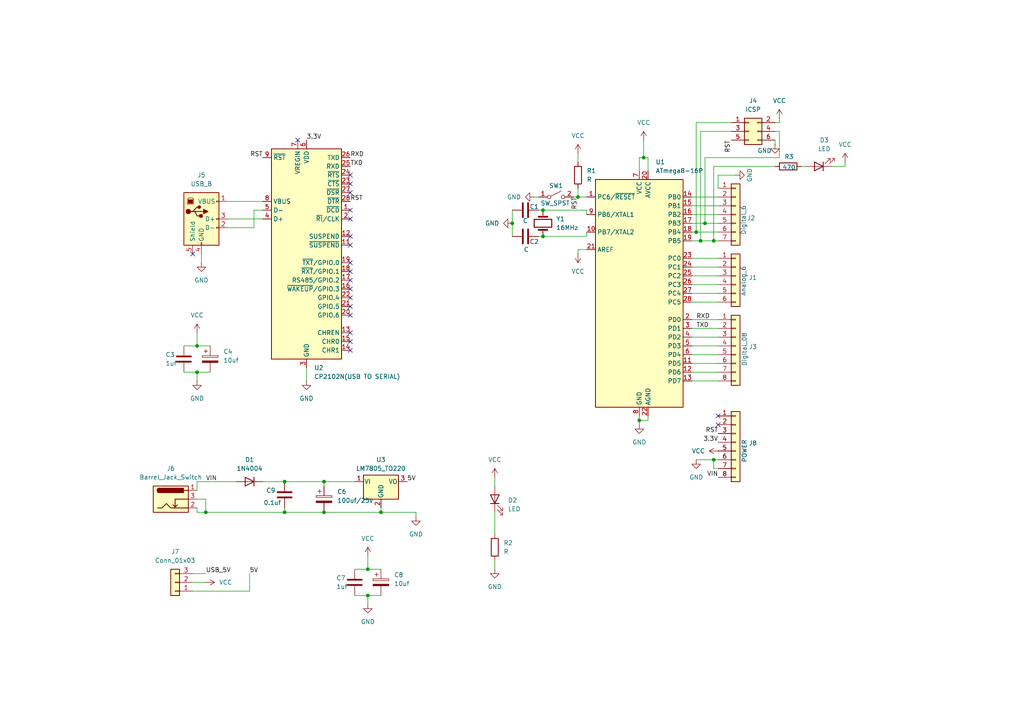
<source format=kicad_sch>
(kicad_sch
	(version 20231120)
	(generator "eeschema")
	(generator_version "8.0")
	(uuid "0a301a1c-d9d0-4fe5-8cbd-a6b67e60085f")
	(paper "A4")
	(lib_symbols
		(symbol "Connector:Barrel_Jack_Switch"
			(pin_names hide)
			(exclude_from_sim no)
			(in_bom yes)
			(on_board yes)
			(property "Reference" "J"
				(at 0 5.334 0)
				(effects
					(font
						(size 1.27 1.27)
					)
				)
			)
			(property "Value" "Barrel_Jack_Switch"
				(at 0 -5.08 0)
				(effects
					(font
						(size 1.27 1.27)
					)
				)
			)
			(property "Footprint" ""
				(at 1.27 -1.016 0)
				(effects
					(font
						(size 1.27 1.27)
					)
					(hide yes)
				)
			)
			(property "Datasheet" "~"
				(at 1.27 -1.016 0)
				(effects
					(font
						(size 1.27 1.27)
					)
					(hide yes)
				)
			)
			(property "Description" "DC Barrel Jack with an internal switch"
				(at 0 0 0)
				(effects
					(font
						(size 1.27 1.27)
					)
					(hide yes)
				)
			)
			(property "ki_keywords" "DC power barrel jack connector"
				(at 0 0 0)
				(effects
					(font
						(size 1.27 1.27)
					)
					(hide yes)
				)
			)
			(property "ki_fp_filters" "BarrelJack*"
				(at 0 0 0)
				(effects
					(font
						(size 1.27 1.27)
					)
					(hide yes)
				)
			)
			(symbol "Barrel_Jack_Switch_0_1"
				(rectangle
					(start -5.08 3.81)
					(end 5.08 -3.81)
					(stroke
						(width 0.254)
						(type default)
					)
					(fill
						(type background)
					)
				)
				(arc
					(start -3.302 3.175)
					(mid -3.9343 2.54)
					(end -3.302 1.905)
					(stroke
						(width 0.254)
						(type default)
					)
					(fill
						(type none)
					)
				)
				(arc
					(start -3.302 3.175)
					(mid -3.9343 2.54)
					(end -3.302 1.905)
					(stroke
						(width 0.254)
						(type default)
					)
					(fill
						(type outline)
					)
				)
				(polyline
					(pts
						(xy 1.27 -2.286) (xy 1.905 -1.651)
					)
					(stroke
						(width 0.254)
						(type default)
					)
					(fill
						(type none)
					)
				)
				(polyline
					(pts
						(xy 5.08 2.54) (xy 3.81 2.54)
					)
					(stroke
						(width 0.254)
						(type default)
					)
					(fill
						(type none)
					)
				)
				(polyline
					(pts
						(xy 5.08 0) (xy 1.27 0) (xy 1.27 -2.286) (xy 0.635 -1.651)
					)
					(stroke
						(width 0.254)
						(type default)
					)
					(fill
						(type none)
					)
				)
				(polyline
					(pts
						(xy -3.81 -2.54) (xy -2.54 -2.54) (xy -1.27 -1.27) (xy 0 -2.54) (xy 2.54 -2.54) (xy 5.08 -2.54)
					)
					(stroke
						(width 0.254)
						(type default)
					)
					(fill
						(type none)
					)
				)
				(rectangle
					(start 3.683 3.175)
					(end -3.302 1.905)
					(stroke
						(width 0.254)
						(type default)
					)
					(fill
						(type outline)
					)
				)
			)
			(symbol "Barrel_Jack_Switch_1_1"
				(pin passive line
					(at 7.62 2.54 180)
					(length 2.54)
					(name "~"
						(effects
							(font
								(size 1.27 1.27)
							)
						)
					)
					(number "1"
						(effects
							(font
								(size 1.27 1.27)
							)
						)
					)
				)
				(pin passive line
					(at 7.62 -2.54 180)
					(length 2.54)
					(name "~"
						(effects
							(font
								(size 1.27 1.27)
							)
						)
					)
					(number "2"
						(effects
							(font
								(size 1.27 1.27)
							)
						)
					)
				)
				(pin passive line
					(at 7.62 0 180)
					(length 2.54)
					(name "~"
						(effects
							(font
								(size 1.27 1.27)
							)
						)
					)
					(number "3"
						(effects
							(font
								(size 1.27 1.27)
							)
						)
					)
				)
			)
		)
		(symbol "Connector:USB_B"
			(pin_names
				(offset 1.016)
			)
			(exclude_from_sim no)
			(in_bom yes)
			(on_board yes)
			(property "Reference" "J"
				(at -5.08 11.43 0)
				(effects
					(font
						(size 1.27 1.27)
					)
					(justify left)
				)
			)
			(property "Value" "USB_B"
				(at -5.08 8.89 0)
				(effects
					(font
						(size 1.27 1.27)
					)
					(justify left)
				)
			)
			(property "Footprint" ""
				(at 3.81 -1.27 0)
				(effects
					(font
						(size 1.27 1.27)
					)
					(hide yes)
				)
			)
			(property "Datasheet" "~"
				(at 3.81 -1.27 0)
				(effects
					(font
						(size 1.27 1.27)
					)
					(hide yes)
				)
			)
			(property "Description" "USB Type B connector"
				(at 0 0 0)
				(effects
					(font
						(size 1.27 1.27)
					)
					(hide yes)
				)
			)
			(property "ki_keywords" "connector USB"
				(at 0 0 0)
				(effects
					(font
						(size 1.27 1.27)
					)
					(hide yes)
				)
			)
			(property "ki_fp_filters" "USB*"
				(at 0 0 0)
				(effects
					(font
						(size 1.27 1.27)
					)
					(hide yes)
				)
			)
			(symbol "USB_B_0_1"
				(rectangle
					(start -5.08 -7.62)
					(end 5.08 7.62)
					(stroke
						(width 0.254)
						(type default)
					)
					(fill
						(type background)
					)
				)
				(circle
					(center -3.81 2.159)
					(radius 0.635)
					(stroke
						(width 0.254)
						(type default)
					)
					(fill
						(type outline)
					)
				)
				(rectangle
					(start -3.81 5.588)
					(end -2.54 4.572)
					(stroke
						(width 0)
						(type default)
					)
					(fill
						(type outline)
					)
				)
				(circle
					(center -0.635 3.429)
					(radius 0.381)
					(stroke
						(width 0.254)
						(type default)
					)
					(fill
						(type outline)
					)
				)
				(rectangle
					(start -0.127 -7.62)
					(end 0.127 -6.858)
					(stroke
						(width 0)
						(type default)
					)
					(fill
						(type none)
					)
				)
				(polyline
					(pts
						(xy -1.905 2.159) (xy 0.635 2.159)
					)
					(stroke
						(width 0.254)
						(type default)
					)
					(fill
						(type none)
					)
				)
				(polyline
					(pts
						(xy -3.175 2.159) (xy -2.54 2.159) (xy -1.27 3.429) (xy -0.635 3.429)
					)
					(stroke
						(width 0.254)
						(type default)
					)
					(fill
						(type none)
					)
				)
				(polyline
					(pts
						(xy -2.54 2.159) (xy -1.905 2.159) (xy -1.27 0.889) (xy 0 0.889)
					)
					(stroke
						(width 0.254)
						(type default)
					)
					(fill
						(type none)
					)
				)
				(polyline
					(pts
						(xy 0.635 2.794) (xy 0.635 1.524) (xy 1.905 2.159) (xy 0.635 2.794)
					)
					(stroke
						(width 0.254)
						(type default)
					)
					(fill
						(type outline)
					)
				)
				(polyline
					(pts
						(xy -4.064 4.318) (xy -2.286 4.318) (xy -2.286 5.715) (xy -2.667 6.096) (xy -3.683 6.096) (xy -4.064 5.715)
						(xy -4.064 4.318)
					)
					(stroke
						(width 0)
						(type default)
					)
					(fill
						(type none)
					)
				)
				(rectangle
					(start 0.254 1.27)
					(end -0.508 0.508)
					(stroke
						(width 0.254)
						(type default)
					)
					(fill
						(type outline)
					)
				)
				(rectangle
					(start 5.08 -2.667)
					(end 4.318 -2.413)
					(stroke
						(width 0)
						(type default)
					)
					(fill
						(type none)
					)
				)
				(rectangle
					(start 5.08 -0.127)
					(end 4.318 0.127)
					(stroke
						(width 0)
						(type default)
					)
					(fill
						(type none)
					)
				)
				(rectangle
					(start 5.08 4.953)
					(end 4.318 5.207)
					(stroke
						(width 0)
						(type default)
					)
					(fill
						(type none)
					)
				)
			)
			(symbol "USB_B_1_1"
				(pin power_out line
					(at 7.62 5.08 180)
					(length 2.54)
					(name "VBUS"
						(effects
							(font
								(size 1.27 1.27)
							)
						)
					)
					(number "1"
						(effects
							(font
								(size 1.27 1.27)
							)
						)
					)
				)
				(pin bidirectional line
					(at 7.62 -2.54 180)
					(length 2.54)
					(name "D-"
						(effects
							(font
								(size 1.27 1.27)
							)
						)
					)
					(number "2"
						(effects
							(font
								(size 1.27 1.27)
							)
						)
					)
				)
				(pin bidirectional line
					(at 7.62 0 180)
					(length 2.54)
					(name "D+"
						(effects
							(font
								(size 1.27 1.27)
							)
						)
					)
					(number "3"
						(effects
							(font
								(size 1.27 1.27)
							)
						)
					)
				)
				(pin power_out line
					(at 0 -10.16 90)
					(length 2.54)
					(name "GND"
						(effects
							(font
								(size 1.27 1.27)
							)
						)
					)
					(number "4"
						(effects
							(font
								(size 1.27 1.27)
							)
						)
					)
				)
				(pin passive line
					(at -2.54 -10.16 90)
					(length 2.54)
					(name "Shield"
						(effects
							(font
								(size 1.27 1.27)
							)
						)
					)
					(number "5"
						(effects
							(font
								(size 1.27 1.27)
							)
						)
					)
				)
			)
		)
		(symbol "Connector_Generic:Conn_01x03"
			(pin_names
				(offset 1.016) hide)
			(exclude_from_sim no)
			(in_bom yes)
			(on_board yes)
			(property "Reference" "J"
				(at 0 5.08 0)
				(effects
					(font
						(size 1.27 1.27)
					)
				)
			)
			(property "Value" "Conn_01x03"
				(at 0 -5.08 0)
				(effects
					(font
						(size 1.27 1.27)
					)
				)
			)
			(property "Footprint" ""
				(at 0 0 0)
				(effects
					(font
						(size 1.27 1.27)
					)
					(hide yes)
				)
			)
			(property "Datasheet" "~"
				(at 0 0 0)
				(effects
					(font
						(size 1.27 1.27)
					)
					(hide yes)
				)
			)
			(property "Description" "Generic connector, single row, 01x03, script generated (kicad-library-utils/schlib/autogen/connector/)"
				(at 0 0 0)
				(effects
					(font
						(size 1.27 1.27)
					)
					(hide yes)
				)
			)
			(property "ki_keywords" "connector"
				(at 0 0 0)
				(effects
					(font
						(size 1.27 1.27)
					)
					(hide yes)
				)
			)
			(property "ki_fp_filters" "Connector*:*_1x??_*"
				(at 0 0 0)
				(effects
					(font
						(size 1.27 1.27)
					)
					(hide yes)
				)
			)
			(symbol "Conn_01x03_1_1"
				(rectangle
					(start -1.27 -2.413)
					(end 0 -2.667)
					(stroke
						(width 0.1524)
						(type default)
					)
					(fill
						(type none)
					)
				)
				(rectangle
					(start -1.27 0.127)
					(end 0 -0.127)
					(stroke
						(width 0.1524)
						(type default)
					)
					(fill
						(type none)
					)
				)
				(rectangle
					(start -1.27 2.667)
					(end 0 2.413)
					(stroke
						(width 0.1524)
						(type default)
					)
					(fill
						(type none)
					)
				)
				(rectangle
					(start -1.27 3.81)
					(end 1.27 -3.81)
					(stroke
						(width 0.254)
						(type default)
					)
					(fill
						(type background)
					)
				)
				(pin passive line
					(at -5.08 2.54 0)
					(length 3.81)
					(name "Pin_1"
						(effects
							(font
								(size 1.27 1.27)
							)
						)
					)
					(number "1"
						(effects
							(font
								(size 1.27 1.27)
							)
						)
					)
				)
				(pin passive line
					(at -5.08 0 0)
					(length 3.81)
					(name "Pin_2"
						(effects
							(font
								(size 1.27 1.27)
							)
						)
					)
					(number "2"
						(effects
							(font
								(size 1.27 1.27)
							)
						)
					)
				)
				(pin passive line
					(at -5.08 -2.54 0)
					(length 3.81)
					(name "Pin_3"
						(effects
							(font
								(size 1.27 1.27)
							)
						)
					)
					(number "3"
						(effects
							(font
								(size 1.27 1.27)
							)
						)
					)
				)
			)
		)
		(symbol "Connector_Generic:Conn_01x06"
			(pin_names
				(offset 1.016) hide)
			(exclude_from_sim no)
			(in_bom yes)
			(on_board yes)
			(property "Reference" "J"
				(at 0 7.62 0)
				(effects
					(font
						(size 1.27 1.27)
					)
				)
			)
			(property "Value" "Conn_01x06"
				(at 0 -10.16 0)
				(effects
					(font
						(size 1.27 1.27)
					)
				)
			)
			(property "Footprint" ""
				(at 0 0 0)
				(effects
					(font
						(size 1.27 1.27)
					)
					(hide yes)
				)
			)
			(property "Datasheet" "~"
				(at 0 0 0)
				(effects
					(font
						(size 1.27 1.27)
					)
					(hide yes)
				)
			)
			(property "Description" "Generic connector, single row, 01x06, script generated (kicad-library-utils/schlib/autogen/connector/)"
				(at 0 0 0)
				(effects
					(font
						(size 1.27 1.27)
					)
					(hide yes)
				)
			)
			(property "ki_keywords" "connector"
				(at 0 0 0)
				(effects
					(font
						(size 1.27 1.27)
					)
					(hide yes)
				)
			)
			(property "ki_fp_filters" "Connector*:*_1x??_*"
				(at 0 0 0)
				(effects
					(font
						(size 1.27 1.27)
					)
					(hide yes)
				)
			)
			(symbol "Conn_01x06_1_1"
				(rectangle
					(start -1.27 -7.493)
					(end 0 -7.747)
					(stroke
						(width 0.1524)
						(type default)
					)
					(fill
						(type none)
					)
				)
				(rectangle
					(start -1.27 -4.953)
					(end 0 -5.207)
					(stroke
						(width 0.1524)
						(type default)
					)
					(fill
						(type none)
					)
				)
				(rectangle
					(start -1.27 -2.413)
					(end 0 -2.667)
					(stroke
						(width 0.1524)
						(type default)
					)
					(fill
						(type none)
					)
				)
				(rectangle
					(start -1.27 0.127)
					(end 0 -0.127)
					(stroke
						(width 0.1524)
						(type default)
					)
					(fill
						(type none)
					)
				)
				(rectangle
					(start -1.27 2.667)
					(end 0 2.413)
					(stroke
						(width 0.1524)
						(type default)
					)
					(fill
						(type none)
					)
				)
				(rectangle
					(start -1.27 5.207)
					(end 0 4.953)
					(stroke
						(width 0.1524)
						(type default)
					)
					(fill
						(type none)
					)
				)
				(rectangle
					(start -1.27 6.35)
					(end 1.27 -8.89)
					(stroke
						(width 0.254)
						(type default)
					)
					(fill
						(type background)
					)
				)
				(pin passive line
					(at -5.08 5.08 0)
					(length 3.81)
					(name "Pin_1"
						(effects
							(font
								(size 1.27 1.27)
							)
						)
					)
					(number "1"
						(effects
							(font
								(size 1.27 1.27)
							)
						)
					)
				)
				(pin passive line
					(at -5.08 2.54 0)
					(length 3.81)
					(name "Pin_2"
						(effects
							(font
								(size 1.27 1.27)
							)
						)
					)
					(number "2"
						(effects
							(font
								(size 1.27 1.27)
							)
						)
					)
				)
				(pin passive line
					(at -5.08 0 0)
					(length 3.81)
					(name "Pin_3"
						(effects
							(font
								(size 1.27 1.27)
							)
						)
					)
					(number "3"
						(effects
							(font
								(size 1.27 1.27)
							)
						)
					)
				)
				(pin passive line
					(at -5.08 -2.54 0)
					(length 3.81)
					(name "Pin_4"
						(effects
							(font
								(size 1.27 1.27)
							)
						)
					)
					(number "4"
						(effects
							(font
								(size 1.27 1.27)
							)
						)
					)
				)
				(pin passive line
					(at -5.08 -5.08 0)
					(length 3.81)
					(name "Pin_5"
						(effects
							(font
								(size 1.27 1.27)
							)
						)
					)
					(number "5"
						(effects
							(font
								(size 1.27 1.27)
							)
						)
					)
				)
				(pin passive line
					(at -5.08 -7.62 0)
					(length 3.81)
					(name "Pin_6"
						(effects
							(font
								(size 1.27 1.27)
							)
						)
					)
					(number "6"
						(effects
							(font
								(size 1.27 1.27)
							)
						)
					)
				)
			)
		)
		(symbol "Connector_Generic:Conn_01x07"
			(pin_names
				(offset 1.016) hide)
			(exclude_from_sim no)
			(in_bom yes)
			(on_board yes)
			(property "Reference" "J"
				(at 0 10.16 0)
				(effects
					(font
						(size 1.27 1.27)
					)
				)
			)
			(property "Value" "Conn_01x07"
				(at 0 -10.16 0)
				(effects
					(font
						(size 1.27 1.27)
					)
				)
			)
			(property "Footprint" ""
				(at 0 0 0)
				(effects
					(font
						(size 1.27 1.27)
					)
					(hide yes)
				)
			)
			(property "Datasheet" "~"
				(at 0 0 0)
				(effects
					(font
						(size 1.27 1.27)
					)
					(hide yes)
				)
			)
			(property "Description" "Generic connector, single row, 01x07, script generated (kicad-library-utils/schlib/autogen/connector/)"
				(at 0 0 0)
				(effects
					(font
						(size 1.27 1.27)
					)
					(hide yes)
				)
			)
			(property "ki_keywords" "connector"
				(at 0 0 0)
				(effects
					(font
						(size 1.27 1.27)
					)
					(hide yes)
				)
			)
			(property "ki_fp_filters" "Connector*:*_1x??_*"
				(at 0 0 0)
				(effects
					(font
						(size 1.27 1.27)
					)
					(hide yes)
				)
			)
			(symbol "Conn_01x07_1_1"
				(rectangle
					(start -1.27 -7.493)
					(end 0 -7.747)
					(stroke
						(width 0.1524)
						(type default)
					)
					(fill
						(type none)
					)
				)
				(rectangle
					(start -1.27 -4.953)
					(end 0 -5.207)
					(stroke
						(width 0.1524)
						(type default)
					)
					(fill
						(type none)
					)
				)
				(rectangle
					(start -1.27 -2.413)
					(end 0 -2.667)
					(stroke
						(width 0.1524)
						(type default)
					)
					(fill
						(type none)
					)
				)
				(rectangle
					(start -1.27 0.127)
					(end 0 -0.127)
					(stroke
						(width 0.1524)
						(type default)
					)
					(fill
						(type none)
					)
				)
				(rectangle
					(start -1.27 2.667)
					(end 0 2.413)
					(stroke
						(width 0.1524)
						(type default)
					)
					(fill
						(type none)
					)
				)
				(rectangle
					(start -1.27 5.207)
					(end 0 4.953)
					(stroke
						(width 0.1524)
						(type default)
					)
					(fill
						(type none)
					)
				)
				(rectangle
					(start -1.27 7.747)
					(end 0 7.493)
					(stroke
						(width 0.1524)
						(type default)
					)
					(fill
						(type none)
					)
				)
				(rectangle
					(start -1.27 8.89)
					(end 1.27 -8.89)
					(stroke
						(width 0.254)
						(type default)
					)
					(fill
						(type background)
					)
				)
				(pin passive line
					(at -5.08 7.62 0)
					(length 3.81)
					(name "Pin_1"
						(effects
							(font
								(size 1.27 1.27)
							)
						)
					)
					(number "1"
						(effects
							(font
								(size 1.27 1.27)
							)
						)
					)
				)
				(pin passive line
					(at -5.08 5.08 0)
					(length 3.81)
					(name "Pin_2"
						(effects
							(font
								(size 1.27 1.27)
							)
						)
					)
					(number "2"
						(effects
							(font
								(size 1.27 1.27)
							)
						)
					)
				)
				(pin passive line
					(at -5.08 2.54 0)
					(length 3.81)
					(name "Pin_3"
						(effects
							(font
								(size 1.27 1.27)
							)
						)
					)
					(number "3"
						(effects
							(font
								(size 1.27 1.27)
							)
						)
					)
				)
				(pin passive line
					(at -5.08 0 0)
					(length 3.81)
					(name "Pin_4"
						(effects
							(font
								(size 1.27 1.27)
							)
						)
					)
					(number "4"
						(effects
							(font
								(size 1.27 1.27)
							)
						)
					)
				)
				(pin passive line
					(at -5.08 -2.54 0)
					(length 3.81)
					(name "Pin_5"
						(effects
							(font
								(size 1.27 1.27)
							)
						)
					)
					(number "5"
						(effects
							(font
								(size 1.27 1.27)
							)
						)
					)
				)
				(pin passive line
					(at -5.08 -5.08 0)
					(length 3.81)
					(name "Pin_6"
						(effects
							(font
								(size 1.27 1.27)
							)
						)
					)
					(number "6"
						(effects
							(font
								(size 1.27 1.27)
							)
						)
					)
				)
				(pin passive line
					(at -5.08 -7.62 0)
					(length 3.81)
					(name "Pin_7"
						(effects
							(font
								(size 1.27 1.27)
							)
						)
					)
					(number "7"
						(effects
							(font
								(size 1.27 1.27)
							)
						)
					)
				)
			)
		)
		(symbol "Connector_Generic:Conn_01x08"
			(pin_names
				(offset 1.016) hide)
			(exclude_from_sim no)
			(in_bom yes)
			(on_board yes)
			(property "Reference" "J"
				(at 0 10.16 0)
				(effects
					(font
						(size 1.27 1.27)
					)
				)
			)
			(property "Value" "Conn_01x08"
				(at 0 -12.7 0)
				(effects
					(font
						(size 1.27 1.27)
					)
				)
			)
			(property "Footprint" ""
				(at 0 0 0)
				(effects
					(font
						(size 1.27 1.27)
					)
					(hide yes)
				)
			)
			(property "Datasheet" "~"
				(at 0 0 0)
				(effects
					(font
						(size 1.27 1.27)
					)
					(hide yes)
				)
			)
			(property "Description" "Generic connector, single row, 01x08, script generated (kicad-library-utils/schlib/autogen/connector/)"
				(at 0 0 0)
				(effects
					(font
						(size 1.27 1.27)
					)
					(hide yes)
				)
			)
			(property "ki_keywords" "connector"
				(at 0 0 0)
				(effects
					(font
						(size 1.27 1.27)
					)
					(hide yes)
				)
			)
			(property "ki_fp_filters" "Connector*:*_1x??_*"
				(at 0 0 0)
				(effects
					(font
						(size 1.27 1.27)
					)
					(hide yes)
				)
			)
			(symbol "Conn_01x08_1_1"
				(rectangle
					(start -1.27 -10.033)
					(end 0 -10.287)
					(stroke
						(width 0.1524)
						(type default)
					)
					(fill
						(type none)
					)
				)
				(rectangle
					(start -1.27 -7.493)
					(end 0 -7.747)
					(stroke
						(width 0.1524)
						(type default)
					)
					(fill
						(type none)
					)
				)
				(rectangle
					(start -1.27 -4.953)
					(end 0 -5.207)
					(stroke
						(width 0.1524)
						(type default)
					)
					(fill
						(type none)
					)
				)
				(rectangle
					(start -1.27 -2.413)
					(end 0 -2.667)
					(stroke
						(width 0.1524)
						(type default)
					)
					(fill
						(type none)
					)
				)
				(rectangle
					(start -1.27 0.127)
					(end 0 -0.127)
					(stroke
						(width 0.1524)
						(type default)
					)
					(fill
						(type none)
					)
				)
				(rectangle
					(start -1.27 2.667)
					(end 0 2.413)
					(stroke
						(width 0.1524)
						(type default)
					)
					(fill
						(type none)
					)
				)
				(rectangle
					(start -1.27 5.207)
					(end 0 4.953)
					(stroke
						(width 0.1524)
						(type default)
					)
					(fill
						(type none)
					)
				)
				(rectangle
					(start -1.27 7.747)
					(end 0 7.493)
					(stroke
						(width 0.1524)
						(type default)
					)
					(fill
						(type none)
					)
				)
				(rectangle
					(start -1.27 8.89)
					(end 1.27 -11.43)
					(stroke
						(width 0.254)
						(type default)
					)
					(fill
						(type background)
					)
				)
				(pin passive line
					(at -5.08 7.62 0)
					(length 3.81)
					(name "Pin_1"
						(effects
							(font
								(size 1.27 1.27)
							)
						)
					)
					(number "1"
						(effects
							(font
								(size 1.27 1.27)
							)
						)
					)
				)
				(pin passive line
					(at -5.08 5.08 0)
					(length 3.81)
					(name "Pin_2"
						(effects
							(font
								(size 1.27 1.27)
							)
						)
					)
					(number "2"
						(effects
							(font
								(size 1.27 1.27)
							)
						)
					)
				)
				(pin passive line
					(at -5.08 2.54 0)
					(length 3.81)
					(name "Pin_3"
						(effects
							(font
								(size 1.27 1.27)
							)
						)
					)
					(number "3"
						(effects
							(font
								(size 1.27 1.27)
							)
						)
					)
				)
				(pin passive line
					(at -5.08 0 0)
					(length 3.81)
					(name "Pin_4"
						(effects
							(font
								(size 1.27 1.27)
							)
						)
					)
					(number "4"
						(effects
							(font
								(size 1.27 1.27)
							)
						)
					)
				)
				(pin passive line
					(at -5.08 -2.54 0)
					(length 3.81)
					(name "Pin_5"
						(effects
							(font
								(size 1.27 1.27)
							)
						)
					)
					(number "5"
						(effects
							(font
								(size 1.27 1.27)
							)
						)
					)
				)
				(pin passive line
					(at -5.08 -5.08 0)
					(length 3.81)
					(name "Pin_6"
						(effects
							(font
								(size 1.27 1.27)
							)
						)
					)
					(number "6"
						(effects
							(font
								(size 1.27 1.27)
							)
						)
					)
				)
				(pin passive line
					(at -5.08 -7.62 0)
					(length 3.81)
					(name "Pin_7"
						(effects
							(font
								(size 1.27 1.27)
							)
						)
					)
					(number "7"
						(effects
							(font
								(size 1.27 1.27)
							)
						)
					)
				)
				(pin passive line
					(at -5.08 -10.16 0)
					(length 3.81)
					(name "Pin_8"
						(effects
							(font
								(size 1.27 1.27)
							)
						)
					)
					(number "8"
						(effects
							(font
								(size 1.27 1.27)
							)
						)
					)
				)
			)
		)
		(symbol "Connector_Generic:Conn_02x03_Odd_Even"
			(pin_names
				(offset 1.016) hide)
			(exclude_from_sim no)
			(in_bom yes)
			(on_board yes)
			(property "Reference" "J"
				(at 1.27 5.08 0)
				(effects
					(font
						(size 1.27 1.27)
					)
				)
			)
			(property "Value" "Conn_02x03_Odd_Even"
				(at 1.27 -5.08 0)
				(effects
					(font
						(size 1.27 1.27)
					)
				)
			)
			(property "Footprint" ""
				(at 0 0 0)
				(effects
					(font
						(size 1.27 1.27)
					)
					(hide yes)
				)
			)
			(property "Datasheet" "~"
				(at 0 0 0)
				(effects
					(font
						(size 1.27 1.27)
					)
					(hide yes)
				)
			)
			(property "Description" "Generic connector, double row, 02x03, odd/even pin numbering scheme (row 1 odd numbers, row 2 even numbers), script generated (kicad-library-utils/schlib/autogen/connector/)"
				(at 0 0 0)
				(effects
					(font
						(size 1.27 1.27)
					)
					(hide yes)
				)
			)
			(property "ki_keywords" "connector"
				(at 0 0 0)
				(effects
					(font
						(size 1.27 1.27)
					)
					(hide yes)
				)
			)
			(property "ki_fp_filters" "Connector*:*_2x??_*"
				(at 0 0 0)
				(effects
					(font
						(size 1.27 1.27)
					)
					(hide yes)
				)
			)
			(symbol "Conn_02x03_Odd_Even_1_1"
				(rectangle
					(start -1.27 -2.413)
					(end 0 -2.667)
					(stroke
						(width 0.1524)
						(type default)
					)
					(fill
						(type none)
					)
				)
				(rectangle
					(start -1.27 0.127)
					(end 0 -0.127)
					(stroke
						(width 0.1524)
						(type default)
					)
					(fill
						(type none)
					)
				)
				(rectangle
					(start -1.27 2.667)
					(end 0 2.413)
					(stroke
						(width 0.1524)
						(type default)
					)
					(fill
						(type none)
					)
				)
				(rectangle
					(start -1.27 3.81)
					(end 3.81 -3.81)
					(stroke
						(width 0.254)
						(type default)
					)
					(fill
						(type background)
					)
				)
				(rectangle
					(start 3.81 -2.413)
					(end 2.54 -2.667)
					(stroke
						(width 0.1524)
						(type default)
					)
					(fill
						(type none)
					)
				)
				(rectangle
					(start 3.81 0.127)
					(end 2.54 -0.127)
					(stroke
						(width 0.1524)
						(type default)
					)
					(fill
						(type none)
					)
				)
				(rectangle
					(start 3.81 2.667)
					(end 2.54 2.413)
					(stroke
						(width 0.1524)
						(type default)
					)
					(fill
						(type none)
					)
				)
				(pin passive line
					(at -5.08 2.54 0)
					(length 3.81)
					(name "Pin_1"
						(effects
							(font
								(size 1.27 1.27)
							)
						)
					)
					(number "1"
						(effects
							(font
								(size 1.27 1.27)
							)
						)
					)
				)
				(pin passive line
					(at 7.62 2.54 180)
					(length 3.81)
					(name "Pin_2"
						(effects
							(font
								(size 1.27 1.27)
							)
						)
					)
					(number "2"
						(effects
							(font
								(size 1.27 1.27)
							)
						)
					)
				)
				(pin passive line
					(at -5.08 0 0)
					(length 3.81)
					(name "Pin_3"
						(effects
							(font
								(size 1.27 1.27)
							)
						)
					)
					(number "3"
						(effects
							(font
								(size 1.27 1.27)
							)
						)
					)
				)
				(pin passive line
					(at 7.62 0 180)
					(length 3.81)
					(name "Pin_4"
						(effects
							(font
								(size 1.27 1.27)
							)
						)
					)
					(number "4"
						(effects
							(font
								(size 1.27 1.27)
							)
						)
					)
				)
				(pin passive line
					(at -5.08 -2.54 0)
					(length 3.81)
					(name "Pin_5"
						(effects
							(font
								(size 1.27 1.27)
							)
						)
					)
					(number "5"
						(effects
							(font
								(size 1.27 1.27)
							)
						)
					)
				)
				(pin passive line
					(at 7.62 -2.54 180)
					(length 3.81)
					(name "Pin_6"
						(effects
							(font
								(size 1.27 1.27)
							)
						)
					)
					(number "6"
						(effects
							(font
								(size 1.27 1.27)
							)
						)
					)
				)
			)
		)
		(symbol "Device:C"
			(pin_numbers hide)
			(pin_names
				(offset 0.254)
			)
			(exclude_from_sim no)
			(in_bom yes)
			(on_board yes)
			(property "Reference" "C"
				(at 0.635 2.54 0)
				(effects
					(font
						(size 1.27 1.27)
					)
					(justify left)
				)
			)
			(property "Value" "C"
				(at 0.635 -2.54 0)
				(effects
					(font
						(size 1.27 1.27)
					)
					(justify left)
				)
			)
			(property "Footprint" ""
				(at 0.9652 -3.81 0)
				(effects
					(font
						(size 1.27 1.27)
					)
					(hide yes)
				)
			)
			(property "Datasheet" "~"
				(at 0 0 0)
				(effects
					(font
						(size 1.27 1.27)
					)
					(hide yes)
				)
			)
			(property "Description" "Unpolarized capacitor"
				(at 0 0 0)
				(effects
					(font
						(size 1.27 1.27)
					)
					(hide yes)
				)
			)
			(property "ki_keywords" "cap capacitor"
				(at 0 0 0)
				(effects
					(font
						(size 1.27 1.27)
					)
					(hide yes)
				)
			)
			(property "ki_fp_filters" "C_*"
				(at 0 0 0)
				(effects
					(font
						(size 1.27 1.27)
					)
					(hide yes)
				)
			)
			(symbol "C_0_1"
				(polyline
					(pts
						(xy -2.032 -0.762) (xy 2.032 -0.762)
					)
					(stroke
						(width 0.508)
						(type default)
					)
					(fill
						(type none)
					)
				)
				(polyline
					(pts
						(xy -2.032 0.762) (xy 2.032 0.762)
					)
					(stroke
						(width 0.508)
						(type default)
					)
					(fill
						(type none)
					)
				)
			)
			(symbol "C_1_1"
				(pin passive line
					(at 0 3.81 270)
					(length 2.794)
					(name "~"
						(effects
							(font
								(size 1.27 1.27)
							)
						)
					)
					(number "1"
						(effects
							(font
								(size 1.27 1.27)
							)
						)
					)
				)
				(pin passive line
					(at 0 -3.81 90)
					(length 2.794)
					(name "~"
						(effects
							(font
								(size 1.27 1.27)
							)
						)
					)
					(number "2"
						(effects
							(font
								(size 1.27 1.27)
							)
						)
					)
				)
			)
		)
		(symbol "Device:C_Polarized"
			(pin_numbers hide)
			(pin_names
				(offset 0.254)
			)
			(exclude_from_sim no)
			(in_bom yes)
			(on_board yes)
			(property "Reference" "C"
				(at 0.635 2.54 0)
				(effects
					(font
						(size 1.27 1.27)
					)
					(justify left)
				)
			)
			(property "Value" "C_Polarized"
				(at 0.635 -2.54 0)
				(effects
					(font
						(size 1.27 1.27)
					)
					(justify left)
				)
			)
			(property "Footprint" ""
				(at 0.9652 -3.81 0)
				(effects
					(font
						(size 1.27 1.27)
					)
					(hide yes)
				)
			)
			(property "Datasheet" "~"
				(at 0 0 0)
				(effects
					(font
						(size 1.27 1.27)
					)
					(hide yes)
				)
			)
			(property "Description" "Polarized capacitor"
				(at 0 0 0)
				(effects
					(font
						(size 1.27 1.27)
					)
					(hide yes)
				)
			)
			(property "ki_keywords" "cap capacitor"
				(at 0 0 0)
				(effects
					(font
						(size 1.27 1.27)
					)
					(hide yes)
				)
			)
			(property "ki_fp_filters" "CP_*"
				(at 0 0 0)
				(effects
					(font
						(size 1.27 1.27)
					)
					(hide yes)
				)
			)
			(symbol "C_Polarized_0_1"
				(rectangle
					(start -2.286 0.508)
					(end 2.286 1.016)
					(stroke
						(width 0)
						(type default)
					)
					(fill
						(type none)
					)
				)
				(polyline
					(pts
						(xy -1.778 2.286) (xy -0.762 2.286)
					)
					(stroke
						(width 0)
						(type default)
					)
					(fill
						(type none)
					)
				)
				(polyline
					(pts
						(xy -1.27 2.794) (xy -1.27 1.778)
					)
					(stroke
						(width 0)
						(type default)
					)
					(fill
						(type none)
					)
				)
				(rectangle
					(start 2.286 -0.508)
					(end -2.286 -1.016)
					(stroke
						(width 0)
						(type default)
					)
					(fill
						(type outline)
					)
				)
			)
			(symbol "C_Polarized_1_1"
				(pin passive line
					(at 0 3.81 270)
					(length 2.794)
					(name "~"
						(effects
							(font
								(size 1.27 1.27)
							)
						)
					)
					(number "1"
						(effects
							(font
								(size 1.27 1.27)
							)
						)
					)
				)
				(pin passive line
					(at 0 -3.81 90)
					(length 2.794)
					(name "~"
						(effects
							(font
								(size 1.27 1.27)
							)
						)
					)
					(number "2"
						(effects
							(font
								(size 1.27 1.27)
							)
						)
					)
				)
			)
		)
		(symbol "Device:Crystal"
			(pin_numbers hide)
			(pin_names
				(offset 1.016) hide)
			(exclude_from_sim no)
			(in_bom yes)
			(on_board yes)
			(property "Reference" "Y"
				(at 0 3.81 0)
				(effects
					(font
						(size 1.27 1.27)
					)
				)
			)
			(property "Value" "Crystal"
				(at 0 -3.81 0)
				(effects
					(font
						(size 1.27 1.27)
					)
				)
			)
			(property "Footprint" ""
				(at 0 0 0)
				(effects
					(font
						(size 1.27 1.27)
					)
					(hide yes)
				)
			)
			(property "Datasheet" "~"
				(at 0 0 0)
				(effects
					(font
						(size 1.27 1.27)
					)
					(hide yes)
				)
			)
			(property "Description" "Two pin crystal"
				(at 0 0 0)
				(effects
					(font
						(size 1.27 1.27)
					)
					(hide yes)
				)
			)
			(property "ki_keywords" "quartz ceramic resonator oscillator"
				(at 0 0 0)
				(effects
					(font
						(size 1.27 1.27)
					)
					(hide yes)
				)
			)
			(property "ki_fp_filters" "Crystal*"
				(at 0 0 0)
				(effects
					(font
						(size 1.27 1.27)
					)
					(hide yes)
				)
			)
			(symbol "Crystal_0_1"
				(rectangle
					(start -1.143 2.54)
					(end 1.143 -2.54)
					(stroke
						(width 0.3048)
						(type default)
					)
					(fill
						(type none)
					)
				)
				(polyline
					(pts
						(xy -2.54 0) (xy -1.905 0)
					)
					(stroke
						(width 0)
						(type default)
					)
					(fill
						(type none)
					)
				)
				(polyline
					(pts
						(xy -1.905 -1.27) (xy -1.905 1.27)
					)
					(stroke
						(width 0.508)
						(type default)
					)
					(fill
						(type none)
					)
				)
				(polyline
					(pts
						(xy 1.905 -1.27) (xy 1.905 1.27)
					)
					(stroke
						(width 0.508)
						(type default)
					)
					(fill
						(type none)
					)
				)
				(polyline
					(pts
						(xy 2.54 0) (xy 1.905 0)
					)
					(stroke
						(width 0)
						(type default)
					)
					(fill
						(type none)
					)
				)
			)
			(symbol "Crystal_1_1"
				(pin passive line
					(at -3.81 0 0)
					(length 1.27)
					(name "1"
						(effects
							(font
								(size 1.27 1.27)
							)
						)
					)
					(number "1"
						(effects
							(font
								(size 1.27 1.27)
							)
						)
					)
				)
				(pin passive line
					(at 3.81 0 180)
					(length 1.27)
					(name "2"
						(effects
							(font
								(size 1.27 1.27)
							)
						)
					)
					(number "2"
						(effects
							(font
								(size 1.27 1.27)
							)
						)
					)
				)
			)
		)
		(symbol "Device:LED"
			(pin_numbers hide)
			(pin_names
				(offset 1.016) hide)
			(exclude_from_sim no)
			(in_bom yes)
			(on_board yes)
			(property "Reference" "D"
				(at 0 2.54 0)
				(effects
					(font
						(size 1.27 1.27)
					)
				)
			)
			(property "Value" "LED"
				(at 0 -2.54 0)
				(effects
					(font
						(size 1.27 1.27)
					)
				)
			)
			(property "Footprint" ""
				(at 0 0 0)
				(effects
					(font
						(size 1.27 1.27)
					)
					(hide yes)
				)
			)
			(property "Datasheet" "~"
				(at 0 0 0)
				(effects
					(font
						(size 1.27 1.27)
					)
					(hide yes)
				)
			)
			(property "Description" "Light emitting diode"
				(at 0 0 0)
				(effects
					(font
						(size 1.27 1.27)
					)
					(hide yes)
				)
			)
			(property "ki_keywords" "LED diode"
				(at 0 0 0)
				(effects
					(font
						(size 1.27 1.27)
					)
					(hide yes)
				)
			)
			(property "ki_fp_filters" "LED* LED_SMD:* LED_THT:*"
				(at 0 0 0)
				(effects
					(font
						(size 1.27 1.27)
					)
					(hide yes)
				)
			)
			(symbol "LED_0_1"
				(polyline
					(pts
						(xy -1.27 -1.27) (xy -1.27 1.27)
					)
					(stroke
						(width 0.254)
						(type default)
					)
					(fill
						(type none)
					)
				)
				(polyline
					(pts
						(xy -1.27 0) (xy 1.27 0)
					)
					(stroke
						(width 0)
						(type default)
					)
					(fill
						(type none)
					)
				)
				(polyline
					(pts
						(xy 1.27 -1.27) (xy 1.27 1.27) (xy -1.27 0) (xy 1.27 -1.27)
					)
					(stroke
						(width 0.254)
						(type default)
					)
					(fill
						(type none)
					)
				)
				(polyline
					(pts
						(xy -3.048 -0.762) (xy -4.572 -2.286) (xy -3.81 -2.286) (xy -4.572 -2.286) (xy -4.572 -1.524)
					)
					(stroke
						(width 0)
						(type default)
					)
					(fill
						(type none)
					)
				)
				(polyline
					(pts
						(xy -1.778 -0.762) (xy -3.302 -2.286) (xy -2.54 -2.286) (xy -3.302 -2.286) (xy -3.302 -1.524)
					)
					(stroke
						(width 0)
						(type default)
					)
					(fill
						(type none)
					)
				)
			)
			(symbol "LED_1_1"
				(pin passive line
					(at -3.81 0 0)
					(length 2.54)
					(name "K"
						(effects
							(font
								(size 1.27 1.27)
							)
						)
					)
					(number "1"
						(effects
							(font
								(size 1.27 1.27)
							)
						)
					)
				)
				(pin passive line
					(at 3.81 0 180)
					(length 2.54)
					(name "A"
						(effects
							(font
								(size 1.27 1.27)
							)
						)
					)
					(number "2"
						(effects
							(font
								(size 1.27 1.27)
							)
						)
					)
				)
			)
		)
		(symbol "Device:R"
			(pin_numbers hide)
			(pin_names
				(offset 0)
			)
			(exclude_from_sim no)
			(in_bom yes)
			(on_board yes)
			(property "Reference" "R"
				(at 2.032 0 90)
				(effects
					(font
						(size 1.27 1.27)
					)
				)
			)
			(property "Value" "R"
				(at 0 0 90)
				(effects
					(font
						(size 1.27 1.27)
					)
				)
			)
			(property "Footprint" ""
				(at -1.778 0 90)
				(effects
					(font
						(size 1.27 1.27)
					)
					(hide yes)
				)
			)
			(property "Datasheet" "~"
				(at 0 0 0)
				(effects
					(font
						(size 1.27 1.27)
					)
					(hide yes)
				)
			)
			(property "Description" "Resistor"
				(at 0 0 0)
				(effects
					(font
						(size 1.27 1.27)
					)
					(hide yes)
				)
			)
			(property "ki_keywords" "R res resistor"
				(at 0 0 0)
				(effects
					(font
						(size 1.27 1.27)
					)
					(hide yes)
				)
			)
			(property "ki_fp_filters" "R_*"
				(at 0 0 0)
				(effects
					(font
						(size 1.27 1.27)
					)
					(hide yes)
				)
			)
			(symbol "R_0_1"
				(rectangle
					(start -1.016 -2.54)
					(end 1.016 2.54)
					(stroke
						(width 0.254)
						(type default)
					)
					(fill
						(type none)
					)
				)
			)
			(symbol "R_1_1"
				(pin passive line
					(at 0 3.81 270)
					(length 1.27)
					(name "~"
						(effects
							(font
								(size 1.27 1.27)
							)
						)
					)
					(number "1"
						(effects
							(font
								(size 1.27 1.27)
							)
						)
					)
				)
				(pin passive line
					(at 0 -3.81 90)
					(length 1.27)
					(name "~"
						(effects
							(font
								(size 1.27 1.27)
							)
						)
					)
					(number "2"
						(effects
							(font
								(size 1.27 1.27)
							)
						)
					)
				)
			)
		)
		(symbol "Diode:1N4004"
			(pin_numbers hide)
			(pin_names hide)
			(exclude_from_sim no)
			(in_bom yes)
			(on_board yes)
			(property "Reference" "D"
				(at 0 2.54 0)
				(effects
					(font
						(size 1.27 1.27)
					)
				)
			)
			(property "Value" "1N4004"
				(at 0 -2.54 0)
				(effects
					(font
						(size 1.27 1.27)
					)
				)
			)
			(property "Footprint" "Diode_THT:D_DO-41_SOD81_P10.16mm_Horizontal"
				(at 0 -4.445 0)
				(effects
					(font
						(size 1.27 1.27)
					)
					(hide yes)
				)
			)
			(property "Datasheet" "http://www.vishay.com/docs/88503/1n4001.pdf"
				(at 0 0 0)
				(effects
					(font
						(size 1.27 1.27)
					)
					(hide yes)
				)
			)
			(property "Description" "400V 1A General Purpose Rectifier Diode, DO-41"
				(at 0 0 0)
				(effects
					(font
						(size 1.27 1.27)
					)
					(hide yes)
				)
			)
			(property "Sim.Device" "D"
				(at 0 0 0)
				(effects
					(font
						(size 1.27 1.27)
					)
					(hide yes)
				)
			)
			(property "Sim.Pins" "1=K 2=A"
				(at 0 0 0)
				(effects
					(font
						(size 1.27 1.27)
					)
					(hide yes)
				)
			)
			(property "ki_keywords" "diode"
				(at 0 0 0)
				(effects
					(font
						(size 1.27 1.27)
					)
					(hide yes)
				)
			)
			(property "ki_fp_filters" "D*DO?41*"
				(at 0 0 0)
				(effects
					(font
						(size 1.27 1.27)
					)
					(hide yes)
				)
			)
			(symbol "1N4004_0_1"
				(polyline
					(pts
						(xy -1.27 1.27) (xy -1.27 -1.27)
					)
					(stroke
						(width 0.254)
						(type default)
					)
					(fill
						(type none)
					)
				)
				(polyline
					(pts
						(xy 1.27 0) (xy -1.27 0)
					)
					(stroke
						(width 0)
						(type default)
					)
					(fill
						(type none)
					)
				)
				(polyline
					(pts
						(xy 1.27 1.27) (xy 1.27 -1.27) (xy -1.27 0) (xy 1.27 1.27)
					)
					(stroke
						(width 0.254)
						(type default)
					)
					(fill
						(type none)
					)
				)
			)
			(symbol "1N4004_1_1"
				(pin passive line
					(at -3.81 0 0)
					(length 2.54)
					(name "K"
						(effects
							(font
								(size 1.27 1.27)
							)
						)
					)
					(number "1"
						(effects
							(font
								(size 1.27 1.27)
							)
						)
					)
				)
				(pin passive line
					(at 3.81 0 180)
					(length 2.54)
					(name "A"
						(effects
							(font
								(size 1.27 1.27)
							)
						)
					)
					(number "2"
						(effects
							(font
								(size 1.27 1.27)
							)
						)
					)
				)
			)
		)
		(symbol "Interface_USB:CP2102N-Axx-xQFN28"
			(exclude_from_sim no)
			(in_bom yes)
			(on_board yes)
			(property "Reference" "U"
				(at -8.89 31.75 0)
				(effects
					(font
						(size 1.27 1.27)
					)
				)
			)
			(property "Value" "CP2102N-Axx-xQFN28"
				(at 12.7 31.75 0)
				(effects
					(font
						(size 1.27 1.27)
					)
				)
			)
			(property "Footprint" "Package_DFN_QFN:QFN-28-1EP_5x5mm_P0.5mm_EP3.35x3.35mm"
				(at 33.02 -31.75 0)
				(effects
					(font
						(size 1.27 1.27)
					)
					(hide yes)
				)
			)
			(property "Datasheet" "https://www.silabs.com/documents/public/data-sheets/cp2102n-datasheet.pdf"
				(at 1.27 -19.05 0)
				(effects
					(font
						(size 1.27 1.27)
					)
					(hide yes)
				)
			)
			(property "Description" "USB to UART master bridge, QFN-28"
				(at 0 0 0)
				(effects
					(font
						(size 1.27 1.27)
					)
					(hide yes)
				)
			)
			(property "ki_keywords" "USB UART bridge"
				(at 0 0 0)
				(effects
					(font
						(size 1.27 1.27)
					)
					(hide yes)
				)
			)
			(property "ki_fp_filters" "QFN*1EP*5x5mm*P0.5mm*"
				(at 0 0 0)
				(effects
					(font
						(size 1.27 1.27)
					)
					(hide yes)
				)
			)
			(symbol "CP2102N-Axx-xQFN28_0_1"
				(rectangle
					(start -10.16 30.48)
					(end 10.16 -30.48)
					(stroke
						(width 0.254)
						(type default)
					)
					(fill
						(type background)
					)
				)
			)
			(symbol "CP2102N-Axx-xQFN28_1_1"
				(pin input line
					(at 12.7 12.7 180)
					(length 2.54)
					(name "~{DCD}"
						(effects
							(font
								(size 1.27 1.27)
							)
						)
					)
					(number "1"
						(effects
							(font
								(size 1.27 1.27)
							)
						)
					)
				)
				(pin no_connect line
					(at -10.16 -27.94 0)
					(length 2.54) hide
					(name "NC"
						(effects
							(font
								(size 1.27 1.27)
							)
						)
					)
					(number "10"
						(effects
							(font
								(size 1.27 1.27)
							)
						)
					)
				)
				(pin output line
					(at 12.7 2.54 180)
					(length 2.54)
					(name "~{SUSPEND}"
						(effects
							(font
								(size 1.27 1.27)
							)
						)
					)
					(number "11"
						(effects
							(font
								(size 1.27 1.27)
							)
						)
					)
				)
				(pin output line
					(at 12.7 5.08 180)
					(length 2.54)
					(name "SUSPEND"
						(effects
							(font
								(size 1.27 1.27)
							)
						)
					)
					(number "12"
						(effects
							(font
								(size 1.27 1.27)
							)
						)
					)
				)
				(pin output line
					(at 12.7 -22.86 180)
					(length 2.54)
					(name "CHREN"
						(effects
							(font
								(size 1.27 1.27)
							)
						)
					)
					(number "13"
						(effects
							(font
								(size 1.27 1.27)
							)
						)
					)
				)
				(pin output line
					(at 12.7 -27.94 180)
					(length 2.54)
					(name "CHR1"
						(effects
							(font
								(size 1.27 1.27)
							)
						)
					)
					(number "14"
						(effects
							(font
								(size 1.27 1.27)
							)
						)
					)
				)
				(pin output line
					(at 12.7 -25.4 180)
					(length 2.54)
					(name "CHR0"
						(effects
							(font
								(size 1.27 1.27)
							)
						)
					)
					(number "15"
						(effects
							(font
								(size 1.27 1.27)
							)
						)
					)
				)
				(pin bidirectional line
					(at 12.7 -10.16 180)
					(length 2.54)
					(name "~{WAKEUP}/GPIO.3"
						(effects
							(font
								(size 1.27 1.27)
							)
						)
					)
					(number "16"
						(effects
							(font
								(size 1.27 1.27)
							)
						)
					)
				)
				(pin bidirectional line
					(at 12.7 -7.62 180)
					(length 2.54)
					(name "RS485/GPIO.2"
						(effects
							(font
								(size 1.27 1.27)
							)
						)
					)
					(number "17"
						(effects
							(font
								(size 1.27 1.27)
							)
						)
					)
				)
				(pin bidirectional line
					(at 12.7 -5.08 180)
					(length 2.54)
					(name "~{RXT}/GPIO.1"
						(effects
							(font
								(size 1.27 1.27)
							)
						)
					)
					(number "18"
						(effects
							(font
								(size 1.27 1.27)
							)
						)
					)
				)
				(pin bidirectional line
					(at 12.7 -2.54 180)
					(length 2.54)
					(name "~{TXT}/GPIO.0"
						(effects
							(font
								(size 1.27 1.27)
							)
						)
					)
					(number "19"
						(effects
							(font
								(size 1.27 1.27)
							)
						)
					)
				)
				(pin bidirectional line
					(at 12.7 10.16 180)
					(length 2.54)
					(name "~{RI}/CLK"
						(effects
							(font
								(size 1.27 1.27)
							)
						)
					)
					(number "2"
						(effects
							(font
								(size 1.27 1.27)
							)
						)
					)
				)
				(pin bidirectional line
					(at 12.7 -17.78 180)
					(length 2.54)
					(name "GPIO.6"
						(effects
							(font
								(size 1.27 1.27)
							)
						)
					)
					(number "20"
						(effects
							(font
								(size 1.27 1.27)
							)
						)
					)
				)
				(pin bidirectional line
					(at 12.7 -15.24 180)
					(length 2.54)
					(name "GPIO.5"
						(effects
							(font
								(size 1.27 1.27)
							)
						)
					)
					(number "21"
						(effects
							(font
								(size 1.27 1.27)
							)
						)
					)
				)
				(pin bidirectional line
					(at 12.7 -12.7 180)
					(length 2.54)
					(name "GPIO.4"
						(effects
							(font
								(size 1.27 1.27)
							)
						)
					)
					(number "22"
						(effects
							(font
								(size 1.27 1.27)
							)
						)
					)
				)
				(pin input line
					(at 12.7 20.32 180)
					(length 2.54)
					(name "~{CTS}"
						(effects
							(font
								(size 1.27 1.27)
							)
						)
					)
					(number "23"
						(effects
							(font
								(size 1.27 1.27)
							)
						)
					)
				)
				(pin output line
					(at 12.7 22.86 180)
					(length 2.54)
					(name "~{RTS}"
						(effects
							(font
								(size 1.27 1.27)
							)
						)
					)
					(number "24"
						(effects
							(font
								(size 1.27 1.27)
							)
						)
					)
				)
				(pin input line
					(at 12.7 25.4 180)
					(length 2.54)
					(name "RXD"
						(effects
							(font
								(size 1.27 1.27)
							)
						)
					)
					(number "25"
						(effects
							(font
								(size 1.27 1.27)
							)
						)
					)
				)
				(pin output line
					(at 12.7 27.94 180)
					(length 2.54)
					(name "TXD"
						(effects
							(font
								(size 1.27 1.27)
							)
						)
					)
					(number "26"
						(effects
							(font
								(size 1.27 1.27)
							)
						)
					)
				)
				(pin input line
					(at 12.7 17.78 180)
					(length 2.54)
					(name "~{DSR}"
						(effects
							(font
								(size 1.27 1.27)
							)
						)
					)
					(number "27"
						(effects
							(font
								(size 1.27 1.27)
							)
						)
					)
				)
				(pin output line
					(at 12.7 15.24 180)
					(length 2.54)
					(name "~{DTR}"
						(effects
							(font
								(size 1.27 1.27)
							)
						)
					)
					(number "28"
						(effects
							(font
								(size 1.27 1.27)
							)
						)
					)
				)
				(pin passive line
					(at 0 -33.02 90)
					(length 2.54) hide
					(name "GND"
						(effects
							(font
								(size 1.27 1.27)
							)
						)
					)
					(number "29"
						(effects
							(font
								(size 1.27 1.27)
							)
						)
					)
				)
				(pin power_in line
					(at 0 -33.02 90)
					(length 2.54)
					(name "GND"
						(effects
							(font
								(size 1.27 1.27)
							)
						)
					)
					(number "3"
						(effects
							(font
								(size 1.27 1.27)
							)
						)
					)
				)
				(pin bidirectional line
					(at -12.7 10.16 0)
					(length 2.54)
					(name "D+"
						(effects
							(font
								(size 1.27 1.27)
							)
						)
					)
					(number "4"
						(effects
							(font
								(size 1.27 1.27)
							)
						)
					)
				)
				(pin bidirectional line
					(at -12.7 12.7 0)
					(length 2.54)
					(name "D-"
						(effects
							(font
								(size 1.27 1.27)
							)
						)
					)
					(number "5"
						(effects
							(font
								(size 1.27 1.27)
							)
						)
					)
				)
				(pin power_in line
					(at 0 33.02 270)
					(length 2.54)
					(name "VDD"
						(effects
							(font
								(size 1.27 1.27)
							)
						)
					)
					(number "6"
						(effects
							(font
								(size 1.27 1.27)
							)
						)
					)
				)
				(pin power_in line
					(at -2.54 33.02 270)
					(length 2.54)
					(name "VREGIN"
						(effects
							(font
								(size 1.27 1.27)
							)
						)
					)
					(number "7"
						(effects
							(font
								(size 1.27 1.27)
							)
						)
					)
				)
				(pin input line
					(at -12.7 15.24 0)
					(length 2.54)
					(name "VBUS"
						(effects
							(font
								(size 1.27 1.27)
							)
						)
					)
					(number "8"
						(effects
							(font
								(size 1.27 1.27)
							)
						)
					)
				)
				(pin input line
					(at -12.7 27.94 0)
					(length 2.54)
					(name "~{RST}"
						(effects
							(font
								(size 1.27 1.27)
							)
						)
					)
					(number "9"
						(effects
							(font
								(size 1.27 1.27)
							)
						)
					)
				)
			)
		)
		(symbol "MCU_Microchip_ATmega:ATmega8-16P"
			(exclude_from_sim no)
			(in_bom yes)
			(on_board yes)
			(property "Reference" "U"
				(at -12.7 34.29 0)
				(effects
					(font
						(size 1.27 1.27)
					)
					(justify left bottom)
				)
			)
			(property "Value" "ATmega8-16P"
				(at 5.08 -34.29 0)
				(effects
					(font
						(size 1.27 1.27)
					)
					(justify left top)
				)
			)
			(property "Footprint" "Package_DIP:DIP-28_W7.62mm"
				(at 0 0 0)
				(effects
					(font
						(size 1.27 1.27)
						(italic yes)
					)
					(hide yes)
				)
			)
			(property "Datasheet" "http://ww1.microchip.com/downloads/en/DeviceDoc/atmel-2486-8-bit-avr-microcontroller-atmega8_l_datasheet.pdf"
				(at 0 0 0)
				(effects
					(font
						(size 1.27 1.27)
					)
					(hide yes)
				)
			)
			(property "Description" "16MHz, 8kB Flash, 1kB SRAM, 512B EEPROM, DIP-28"
				(at 0 0 0)
				(effects
					(font
						(size 1.27 1.27)
					)
					(hide yes)
				)
			)
			(property "ki_keywords" "AVR 8bit Microcontroller MegaAVR"
				(at 0 0 0)
				(effects
					(font
						(size 1.27 1.27)
					)
					(hide yes)
				)
			)
			(property "ki_fp_filters" "DIP*W7.62mm*"
				(at 0 0 0)
				(effects
					(font
						(size 1.27 1.27)
					)
					(hide yes)
				)
			)
			(symbol "ATmega8-16P_0_1"
				(rectangle
					(start -12.7 -33.02)
					(end 12.7 33.02)
					(stroke
						(width 0.254)
						(type default)
					)
					(fill
						(type background)
					)
				)
			)
			(symbol "ATmega8-16P_1_1"
				(pin bidirectional line
					(at -15.24 27.94 0)
					(length 2.54)
					(name "PC6/~{RESET}"
						(effects
							(font
								(size 1.27 1.27)
							)
						)
					)
					(number "1"
						(effects
							(font
								(size 1.27 1.27)
							)
						)
					)
				)
				(pin bidirectional line
					(at -15.24 17.78 0)
					(length 2.54)
					(name "PB7/XTAL2"
						(effects
							(font
								(size 1.27 1.27)
							)
						)
					)
					(number "10"
						(effects
							(font
								(size 1.27 1.27)
							)
						)
					)
				)
				(pin bidirectional line
					(at 15.24 -20.32 180)
					(length 2.54)
					(name "PD5"
						(effects
							(font
								(size 1.27 1.27)
							)
						)
					)
					(number "11"
						(effects
							(font
								(size 1.27 1.27)
							)
						)
					)
				)
				(pin bidirectional line
					(at 15.24 -22.86 180)
					(length 2.54)
					(name "PD6"
						(effects
							(font
								(size 1.27 1.27)
							)
						)
					)
					(number "12"
						(effects
							(font
								(size 1.27 1.27)
							)
						)
					)
				)
				(pin bidirectional line
					(at 15.24 -25.4 180)
					(length 2.54)
					(name "PD7"
						(effects
							(font
								(size 1.27 1.27)
							)
						)
					)
					(number "13"
						(effects
							(font
								(size 1.27 1.27)
							)
						)
					)
				)
				(pin bidirectional line
					(at 15.24 27.94 180)
					(length 2.54)
					(name "PB0"
						(effects
							(font
								(size 1.27 1.27)
							)
						)
					)
					(number "14"
						(effects
							(font
								(size 1.27 1.27)
							)
						)
					)
				)
				(pin bidirectional line
					(at 15.24 25.4 180)
					(length 2.54)
					(name "PB1"
						(effects
							(font
								(size 1.27 1.27)
							)
						)
					)
					(number "15"
						(effects
							(font
								(size 1.27 1.27)
							)
						)
					)
				)
				(pin bidirectional line
					(at 15.24 22.86 180)
					(length 2.54)
					(name "PB2"
						(effects
							(font
								(size 1.27 1.27)
							)
						)
					)
					(number "16"
						(effects
							(font
								(size 1.27 1.27)
							)
						)
					)
				)
				(pin bidirectional line
					(at 15.24 20.32 180)
					(length 2.54)
					(name "PB3"
						(effects
							(font
								(size 1.27 1.27)
							)
						)
					)
					(number "17"
						(effects
							(font
								(size 1.27 1.27)
							)
						)
					)
				)
				(pin bidirectional line
					(at 15.24 17.78 180)
					(length 2.54)
					(name "PB4"
						(effects
							(font
								(size 1.27 1.27)
							)
						)
					)
					(number "18"
						(effects
							(font
								(size 1.27 1.27)
							)
						)
					)
				)
				(pin bidirectional line
					(at 15.24 15.24 180)
					(length 2.54)
					(name "PB5"
						(effects
							(font
								(size 1.27 1.27)
							)
						)
					)
					(number "19"
						(effects
							(font
								(size 1.27 1.27)
							)
						)
					)
				)
				(pin bidirectional line
					(at 15.24 -7.62 180)
					(length 2.54)
					(name "PD0"
						(effects
							(font
								(size 1.27 1.27)
							)
						)
					)
					(number "2"
						(effects
							(font
								(size 1.27 1.27)
							)
						)
					)
				)
				(pin power_in line
					(at 2.54 35.56 270)
					(length 2.54)
					(name "AVCC"
						(effects
							(font
								(size 1.27 1.27)
							)
						)
					)
					(number "20"
						(effects
							(font
								(size 1.27 1.27)
							)
						)
					)
				)
				(pin passive line
					(at -15.24 12.7 0)
					(length 2.54)
					(name "AREF"
						(effects
							(font
								(size 1.27 1.27)
							)
						)
					)
					(number "21"
						(effects
							(font
								(size 1.27 1.27)
							)
						)
					)
				)
				(pin power_in line
					(at 2.54 -35.56 90)
					(length 2.54)
					(name "AGND"
						(effects
							(font
								(size 1.27 1.27)
							)
						)
					)
					(number "22"
						(effects
							(font
								(size 1.27 1.27)
							)
						)
					)
				)
				(pin bidirectional line
					(at 15.24 10.16 180)
					(length 2.54)
					(name "PC0"
						(effects
							(font
								(size 1.27 1.27)
							)
						)
					)
					(number "23"
						(effects
							(font
								(size 1.27 1.27)
							)
						)
					)
				)
				(pin bidirectional line
					(at 15.24 7.62 180)
					(length 2.54)
					(name "PC1"
						(effects
							(font
								(size 1.27 1.27)
							)
						)
					)
					(number "24"
						(effects
							(font
								(size 1.27 1.27)
							)
						)
					)
				)
				(pin bidirectional line
					(at 15.24 5.08 180)
					(length 2.54)
					(name "PC2"
						(effects
							(font
								(size 1.27 1.27)
							)
						)
					)
					(number "25"
						(effects
							(font
								(size 1.27 1.27)
							)
						)
					)
				)
				(pin bidirectional line
					(at 15.24 2.54 180)
					(length 2.54)
					(name "PC3"
						(effects
							(font
								(size 1.27 1.27)
							)
						)
					)
					(number "26"
						(effects
							(font
								(size 1.27 1.27)
							)
						)
					)
				)
				(pin bidirectional line
					(at 15.24 0 180)
					(length 2.54)
					(name "PC4"
						(effects
							(font
								(size 1.27 1.27)
							)
						)
					)
					(number "27"
						(effects
							(font
								(size 1.27 1.27)
							)
						)
					)
				)
				(pin bidirectional line
					(at 15.24 -2.54 180)
					(length 2.54)
					(name "PC5"
						(effects
							(font
								(size 1.27 1.27)
							)
						)
					)
					(number "28"
						(effects
							(font
								(size 1.27 1.27)
							)
						)
					)
				)
				(pin bidirectional line
					(at 15.24 -10.16 180)
					(length 2.54)
					(name "PD1"
						(effects
							(font
								(size 1.27 1.27)
							)
						)
					)
					(number "3"
						(effects
							(font
								(size 1.27 1.27)
							)
						)
					)
				)
				(pin bidirectional line
					(at 15.24 -12.7 180)
					(length 2.54)
					(name "PD2"
						(effects
							(font
								(size 1.27 1.27)
							)
						)
					)
					(number "4"
						(effects
							(font
								(size 1.27 1.27)
							)
						)
					)
				)
				(pin bidirectional line
					(at 15.24 -15.24 180)
					(length 2.54)
					(name "PD3"
						(effects
							(font
								(size 1.27 1.27)
							)
						)
					)
					(number "5"
						(effects
							(font
								(size 1.27 1.27)
							)
						)
					)
				)
				(pin bidirectional line
					(at 15.24 -17.78 180)
					(length 2.54)
					(name "PD4"
						(effects
							(font
								(size 1.27 1.27)
							)
						)
					)
					(number "6"
						(effects
							(font
								(size 1.27 1.27)
							)
						)
					)
				)
				(pin power_in line
					(at 0 35.56 270)
					(length 2.54)
					(name "VCC"
						(effects
							(font
								(size 1.27 1.27)
							)
						)
					)
					(number "7"
						(effects
							(font
								(size 1.27 1.27)
							)
						)
					)
				)
				(pin power_in line
					(at 0 -35.56 90)
					(length 2.54)
					(name "GND"
						(effects
							(font
								(size 1.27 1.27)
							)
						)
					)
					(number "8"
						(effects
							(font
								(size 1.27 1.27)
							)
						)
					)
				)
				(pin bidirectional line
					(at -15.24 22.86 0)
					(length 2.54)
					(name "PB6/XTAL1"
						(effects
							(font
								(size 1.27 1.27)
							)
						)
					)
					(number "9"
						(effects
							(font
								(size 1.27 1.27)
							)
						)
					)
				)
			)
		)
		(symbol "Regulator_Linear:LM7805_TO220"
			(pin_names
				(offset 0.254)
			)
			(exclude_from_sim no)
			(in_bom yes)
			(on_board yes)
			(property "Reference" "U"
				(at -3.81 3.175 0)
				(effects
					(font
						(size 1.27 1.27)
					)
				)
			)
			(property "Value" "LM7805_TO220"
				(at 0 3.175 0)
				(effects
					(font
						(size 1.27 1.27)
					)
					(justify left)
				)
			)
			(property "Footprint" "Package_TO_SOT_THT:TO-220-3_Vertical"
				(at 0 5.715 0)
				(effects
					(font
						(size 1.27 1.27)
						(italic yes)
					)
					(hide yes)
				)
			)
			(property "Datasheet" "https://www.onsemi.cn/PowerSolutions/document/MC7800-D.PDF"
				(at 0 -1.27 0)
				(effects
					(font
						(size 1.27 1.27)
					)
					(hide yes)
				)
			)
			(property "Description" "Positive 1A 35V Linear Regulator, Fixed Output 5V, TO-220"
				(at 0 0 0)
				(effects
					(font
						(size 1.27 1.27)
					)
					(hide yes)
				)
			)
			(property "ki_keywords" "Voltage Regulator 1A Positive"
				(at 0 0 0)
				(effects
					(font
						(size 1.27 1.27)
					)
					(hide yes)
				)
			)
			(property "ki_fp_filters" "TO?220*"
				(at 0 0 0)
				(effects
					(font
						(size 1.27 1.27)
					)
					(hide yes)
				)
			)
			(symbol "LM7805_TO220_0_1"
				(rectangle
					(start -5.08 1.905)
					(end 5.08 -5.08)
					(stroke
						(width 0.254)
						(type default)
					)
					(fill
						(type background)
					)
				)
			)
			(symbol "LM7805_TO220_1_1"
				(pin power_in line
					(at -7.62 0 0)
					(length 2.54)
					(name "VI"
						(effects
							(font
								(size 1.27 1.27)
							)
						)
					)
					(number "1"
						(effects
							(font
								(size 1.27 1.27)
							)
						)
					)
				)
				(pin power_in line
					(at 0 -7.62 90)
					(length 2.54)
					(name "GND"
						(effects
							(font
								(size 1.27 1.27)
							)
						)
					)
					(number "2"
						(effects
							(font
								(size 1.27 1.27)
							)
						)
					)
				)
				(pin power_out line
					(at 7.62 0 180)
					(length 2.54)
					(name "VO"
						(effects
							(font
								(size 1.27 1.27)
							)
						)
					)
					(number "3"
						(effects
							(font
								(size 1.27 1.27)
							)
						)
					)
				)
			)
		)
		(symbol "Switch:SW_SPST"
			(pin_names
				(offset 0) hide)
			(exclude_from_sim no)
			(in_bom yes)
			(on_board yes)
			(property "Reference" "SW"
				(at 0 3.175 0)
				(effects
					(font
						(size 1.27 1.27)
					)
				)
			)
			(property "Value" "SW_SPST"
				(at 0 -2.54 0)
				(effects
					(font
						(size 1.27 1.27)
					)
				)
			)
			(property "Footprint" ""
				(at 0 0 0)
				(effects
					(font
						(size 1.27 1.27)
					)
					(hide yes)
				)
			)
			(property "Datasheet" "~"
				(at 0 0 0)
				(effects
					(font
						(size 1.27 1.27)
					)
					(hide yes)
				)
			)
			(property "Description" "Single Pole Single Throw (SPST) switch"
				(at 0 0 0)
				(effects
					(font
						(size 1.27 1.27)
					)
					(hide yes)
				)
			)
			(property "ki_keywords" "switch lever"
				(at 0 0 0)
				(effects
					(font
						(size 1.27 1.27)
					)
					(hide yes)
				)
			)
			(symbol "SW_SPST_0_0"
				(circle
					(center -2.032 0)
					(radius 0.508)
					(stroke
						(width 0)
						(type default)
					)
					(fill
						(type none)
					)
				)
				(polyline
					(pts
						(xy -1.524 0.254) (xy 1.524 1.778)
					)
					(stroke
						(width 0)
						(type default)
					)
					(fill
						(type none)
					)
				)
				(circle
					(center 2.032 0)
					(radius 0.508)
					(stroke
						(width 0)
						(type default)
					)
					(fill
						(type none)
					)
				)
			)
			(symbol "SW_SPST_1_1"
				(pin passive line
					(at -5.08 0 0)
					(length 2.54)
					(name "A"
						(effects
							(font
								(size 1.27 1.27)
							)
						)
					)
					(number "1"
						(effects
							(font
								(size 1.27 1.27)
							)
						)
					)
				)
				(pin passive line
					(at 5.08 0 180)
					(length 2.54)
					(name "B"
						(effects
							(font
								(size 1.27 1.27)
							)
						)
					)
					(number "2"
						(effects
							(font
								(size 1.27 1.27)
							)
						)
					)
				)
			)
		)
		(symbol "power:GND"
			(power)
			(pin_numbers hide)
			(pin_names
				(offset 0) hide)
			(exclude_from_sim no)
			(in_bom yes)
			(on_board yes)
			(property "Reference" "#PWR"
				(at 0 -6.35 0)
				(effects
					(font
						(size 1.27 1.27)
					)
					(hide yes)
				)
			)
			(property "Value" "GND"
				(at 0 -3.81 0)
				(effects
					(font
						(size 1.27 1.27)
					)
				)
			)
			(property "Footprint" ""
				(at 0 0 0)
				(effects
					(font
						(size 1.27 1.27)
					)
					(hide yes)
				)
			)
			(property "Datasheet" ""
				(at 0 0 0)
				(effects
					(font
						(size 1.27 1.27)
					)
					(hide yes)
				)
			)
			(property "Description" "Power symbol creates a global label with name \"GND\" , ground"
				(at 0 0 0)
				(effects
					(font
						(size 1.27 1.27)
					)
					(hide yes)
				)
			)
			(property "ki_keywords" "global power"
				(at 0 0 0)
				(effects
					(font
						(size 1.27 1.27)
					)
					(hide yes)
				)
			)
			(symbol "GND_0_1"
				(polyline
					(pts
						(xy 0 0) (xy 0 -1.27) (xy 1.27 -1.27) (xy 0 -2.54) (xy -1.27 -1.27) (xy 0 -1.27)
					)
					(stroke
						(width 0)
						(type default)
					)
					(fill
						(type none)
					)
				)
			)
			(symbol "GND_1_1"
				(pin power_in line
					(at 0 0 270)
					(length 0)
					(name "~"
						(effects
							(font
								(size 1.27 1.27)
							)
						)
					)
					(number "1"
						(effects
							(font
								(size 1.27 1.27)
							)
						)
					)
				)
			)
		)
		(symbol "power:VCC"
			(power)
			(pin_numbers hide)
			(pin_names
				(offset 0) hide)
			(exclude_from_sim no)
			(in_bom yes)
			(on_board yes)
			(property "Reference" "#PWR"
				(at 0 -3.81 0)
				(effects
					(font
						(size 1.27 1.27)
					)
					(hide yes)
				)
			)
			(property "Value" "VCC"
				(at 0 3.556 0)
				(effects
					(font
						(size 1.27 1.27)
					)
				)
			)
			(property "Footprint" ""
				(at 0 0 0)
				(effects
					(font
						(size 1.27 1.27)
					)
					(hide yes)
				)
			)
			(property "Datasheet" ""
				(at 0 0 0)
				(effects
					(font
						(size 1.27 1.27)
					)
					(hide yes)
				)
			)
			(property "Description" "Power symbol creates a global label with name \"VCC\""
				(at 0 0 0)
				(effects
					(font
						(size 1.27 1.27)
					)
					(hide yes)
				)
			)
			(property "ki_keywords" "global power"
				(at 0 0 0)
				(effects
					(font
						(size 1.27 1.27)
					)
					(hide yes)
				)
			)
			(symbol "VCC_0_1"
				(polyline
					(pts
						(xy -0.762 1.27) (xy 0 2.54)
					)
					(stroke
						(width 0)
						(type default)
					)
					(fill
						(type none)
					)
				)
				(polyline
					(pts
						(xy 0 0) (xy 0 2.54)
					)
					(stroke
						(width 0)
						(type default)
					)
					(fill
						(type none)
					)
				)
				(polyline
					(pts
						(xy 0 2.54) (xy 0.762 1.27)
					)
					(stroke
						(width 0)
						(type default)
					)
					(fill
						(type none)
					)
				)
			)
			(symbol "VCC_1_1"
				(pin power_in line
					(at 0 0 90)
					(length 0)
					(name "~"
						(effects
							(font
								(size 1.27 1.27)
							)
						)
					)
					(number "1"
						(effects
							(font
								(size 1.27 1.27)
							)
						)
					)
				)
			)
		)
	)
	(junction
		(at 186.69 45.72)
		(diameter 0)
		(color 0 0 0 0)
		(uuid "1420635e-6823-425d-aff0-710d0cd4f2c6")
	)
	(junction
		(at 167.64 57.15)
		(diameter 0)
		(color 0 0 0 0)
		(uuid "1642bdce-542f-4248-9a21-45ede034ff4d")
	)
	(junction
		(at 204.47 64.77)
		(diameter 0)
		(color 0 0 0 0)
		(uuid "256b8f68-4787-4554-ac78-9ee4f43445c4")
	)
	(junction
		(at 110.49 148.59)
		(diameter 0)
		(color 0 0 0 0)
		(uuid "3ae0245f-8c2b-4264-82bd-b0c39f1eae7a")
	)
	(junction
		(at 82.55 139.7)
		(diameter 0)
		(color 0 0 0 0)
		(uuid "45753fff-46b5-455e-97bf-679bc05d96e0")
	)
	(junction
		(at 203.2 69.85)
		(diameter 0)
		(color 0 0 0 0)
		(uuid "4ac72b53-38b8-4462-977e-96b04a6ebdda")
	)
	(junction
		(at 207.01 133.35)
		(diameter 0)
		(color 0 0 0 0)
		(uuid "63e54865-86cb-4612-9357-b265e0b2dd9f")
	)
	(junction
		(at 59.69 148.59)
		(diameter 0)
		(color 0 0 0 0)
		(uuid "6f546510-3b91-486e-8894-7079ea60f565")
	)
	(junction
		(at 93.98 148.59)
		(diameter 0)
		(color 0 0 0 0)
		(uuid "8a308a5c-1491-4daf-b5ca-a7649bcbee72")
	)
	(junction
		(at 148.59 64.77)
		(diameter 0)
		(color 0 0 0 0)
		(uuid "8e8522be-ed86-4c40-9b31-af527e6a39fb")
	)
	(junction
		(at 207.01 69.85)
		(diameter 0)
		(color 0 0 0 0)
		(uuid "af3039c4-e80a-4111-9169-2306e54f2132")
	)
	(junction
		(at 185.42 121.92)
		(diameter 0)
		(color 0 0 0 0)
		(uuid "b0742a7e-421f-4005-8d2d-8659dbae85a4")
	)
	(junction
		(at 157.48 60.96)
		(diameter 0)
		(color 0 0 0 0)
		(uuid "b8d59b03-014f-433d-a2c8-8cec325e4329")
	)
	(junction
		(at 106.68 172.72)
		(diameter 0)
		(color 0 0 0 0)
		(uuid "bf15b8ca-3cb6-42c3-bb3f-3c8ea095f136")
	)
	(junction
		(at 106.68 165.1)
		(diameter 0)
		(color 0 0 0 0)
		(uuid "c77bff3e-8dd2-4c9d-9511-a70a96d5f72c")
	)
	(junction
		(at 201.93 67.31)
		(diameter 0)
		(color 0 0 0 0)
		(uuid "cf67a27a-37b7-4f7f-8953-8c82ab7fb6af")
	)
	(junction
		(at 57.15 107.95)
		(diameter 0)
		(color 0 0 0 0)
		(uuid "d0025f8f-556a-46ff-86ec-50e3bdfb9fae")
	)
	(junction
		(at 93.98 139.7)
		(diameter 0)
		(color 0 0 0 0)
		(uuid "d884a99f-dd0e-4bf0-9b59-5403bbbdae2a")
	)
	(junction
		(at 157.48 68.58)
		(diameter 0)
		(color 0 0 0 0)
		(uuid "dd20c49f-268e-4277-8401-7e525b2e81e5")
	)
	(junction
		(at 57.15 100.33)
		(diameter 0)
		(color 0 0 0 0)
		(uuid "e14fd4bb-a496-4105-9efc-1a5c9c67c2ae")
	)
	(junction
		(at 82.55 148.59)
		(diameter 0)
		(color 0 0 0 0)
		(uuid "e18abd9f-4b6a-407d-b8f5-14434be5bb8d")
	)
	(no_connect
		(at 101.6 55.88)
		(uuid "1ae354c6-2415-4567-97ab-76d1a02213c2")
	)
	(no_connect
		(at 101.6 86.36)
		(uuid "2db68b9c-75a1-4e7c-b7c7-5171e29c871f")
	)
	(no_connect
		(at 101.6 63.5)
		(uuid "35f855b9-3036-4666-8b74-0139521494e5")
	)
	(no_connect
		(at 101.6 99.06)
		(uuid "4748b40b-59ff-4c0a-8954-4ea723d314b2")
	)
	(no_connect
		(at 208.28 123.19)
		(uuid "4ada12e4-8223-4319-9a79-e80f0fb260b4")
	)
	(no_connect
		(at 101.6 71.12)
		(uuid "592119b0-e851-4dcf-8782-6a6b9100f2ef")
	)
	(no_connect
		(at 101.6 96.52)
		(uuid "7613b9ae-ca0d-4abf-bb5b-b9e0f1699359")
	)
	(no_connect
		(at 101.6 60.96)
		(uuid "9a41d6ac-1f3d-4401-96f7-9a6c6df4e877")
	)
	(no_connect
		(at 55.88 73.66)
		(uuid "9cfab2c6-414e-4581-88aa-d46b8a831bf0")
	)
	(no_connect
		(at 86.36 40.64)
		(uuid "a0968bc5-d57b-43d8-9b9c-2f983bb8a3d0")
	)
	(no_connect
		(at 101.6 53.34)
		(uuid "af2769d8-fa38-4563-9820-77f832c469ae")
	)
	(no_connect
		(at 101.6 78.74)
		(uuid "c5e249b6-d4d7-4ca0-9a3c-5b5aaf7dda90")
	)
	(no_connect
		(at 208.28 120.65)
		(uuid "c78b38c9-9a4b-483c-8ae1-485d6ee59729")
	)
	(no_connect
		(at 101.6 50.8)
		(uuid "ca4a15fa-fef5-486c-965e-3a9b0d365116")
	)
	(no_connect
		(at 101.6 68.58)
		(uuid "d5712f8e-ab0e-415b-92d7-2b7dfeb0e482")
	)
	(no_connect
		(at 101.6 76.2)
		(uuid "d91428e9-fb59-425b-addd-c6cac70386ea")
	)
	(no_connect
		(at 101.6 81.28)
		(uuid "e5308174-b865-4e57-84d9-682d09e1c9f7")
	)
	(no_connect
		(at 101.6 83.82)
		(uuid "ecb2f7a2-39fc-4da1-a35c-b8a72e771711")
	)
	(no_connect
		(at 101.6 101.6)
		(uuid "f6c0eaeb-63a0-4976-a27d-e73428144aed")
	)
	(no_connect
		(at 101.6 91.44)
		(uuid "f8e29c98-465c-4cda-92c0-dd5d75af313a")
	)
	(no_connect
		(at 101.6 88.9)
		(uuid "fe724734-eb13-4745-9a1b-b2604a8642b7")
	)
	(wire
		(pts
			(xy 57.15 100.33) (xy 60.96 100.33)
		)
		(stroke
			(width 0)
			(type default)
		)
		(uuid "011a9e83-cb51-4bca-946e-f332eb9ad8c8")
	)
	(wire
		(pts
			(xy 110.49 148.59) (xy 120.65 148.59)
		)
		(stroke
			(width 0)
			(type default)
		)
		(uuid "039ee55f-6ef0-4e20-940f-62537a41a03c")
	)
	(wire
		(pts
			(xy 200.66 82.55) (xy 208.28 82.55)
		)
		(stroke
			(width 0)
			(type default)
		)
		(uuid "06b16acc-15b5-447e-8fde-4f8b7e1b0506")
	)
	(wire
		(pts
			(xy 207.01 133.35) (xy 208.28 133.35)
		)
		(stroke
			(width 0)
			(type default)
		)
		(uuid "088e595f-62d9-4bb0-8c2e-2296688256c7")
	)
	(wire
		(pts
			(xy 102.87 172.72) (xy 106.68 172.72)
		)
		(stroke
			(width 0)
			(type default)
		)
		(uuid "090224ff-cf60-4b0d-ae14-22982cd543e4")
	)
	(wire
		(pts
			(xy 59.69 148.59) (xy 82.55 148.59)
		)
		(stroke
			(width 0)
			(type default)
		)
		(uuid "0a665a73-d3be-4c5a-9e26-2a2ce469fb86")
	)
	(wire
		(pts
			(xy 66.04 63.5) (xy 76.2 63.5)
		)
		(stroke
			(width 0)
			(type default)
		)
		(uuid "0ace6c0e-5924-4fbd-9570-5a144e72d7ae")
	)
	(wire
		(pts
			(xy 157.48 60.96) (xy 170.18 60.96)
		)
		(stroke
			(width 0)
			(type default)
		)
		(uuid "0c8488f7-8bb6-43d8-9921-08c270c567e7")
	)
	(wire
		(pts
			(xy 106.68 161.29) (xy 106.68 165.1)
		)
		(stroke
			(width 0)
			(type default)
		)
		(uuid "0e0eb766-d6e2-4b78-9e54-83b14d5dd285")
	)
	(wire
		(pts
			(xy 106.68 172.72) (xy 106.68 175.26)
		)
		(stroke
			(width 0)
			(type default)
		)
		(uuid "13d74861-ae4a-4df3-aadc-69e2c0086ed6")
	)
	(wire
		(pts
			(xy 207.01 69.85) (xy 207.01 48.26)
		)
		(stroke
			(width 0)
			(type default)
		)
		(uuid "13ec4fcd-f88f-4479-a12e-9a24f22d9590")
	)
	(wire
		(pts
			(xy 143.51 148.59) (xy 143.51 154.94)
		)
		(stroke
			(width 0)
			(type default)
		)
		(uuid "150b6241-a98a-434a-92e9-772bfdd4708c")
	)
	(wire
		(pts
			(xy 200.66 87.63) (xy 208.28 87.63)
		)
		(stroke
			(width 0)
			(type default)
		)
		(uuid "1e1f0374-c474-471b-b41a-e83c2c6ad7a9")
	)
	(wire
		(pts
			(xy 200.66 95.25) (xy 208.28 95.25)
		)
		(stroke
			(width 0)
			(type default)
		)
		(uuid "1f04ca2e-8d22-4a84-9cca-c9d23f433cfb")
	)
	(wire
		(pts
			(xy 207.01 69.85) (xy 208.28 69.85)
		)
		(stroke
			(width 0)
			(type default)
		)
		(uuid "214cb57d-2cfd-4640-ac1b-5b7033f7fc99")
	)
	(wire
		(pts
			(xy 76.2 139.7) (xy 82.55 139.7)
		)
		(stroke
			(width 0)
			(type default)
		)
		(uuid "2271a4d3-07f6-43e9-b8d5-e23ee9d9433e")
	)
	(wire
		(pts
			(xy 167.64 73.66) (xy 167.64 72.39)
		)
		(stroke
			(width 0)
			(type default)
		)
		(uuid "2303e7f7-f5e3-4af4-b08d-78b68680a938")
	)
	(wire
		(pts
			(xy 73.66 60.96) (xy 76.2 60.96)
		)
		(stroke
			(width 0)
			(type default)
		)
		(uuid "235353c1-f2b8-42bd-955f-8dd3cb88723c")
	)
	(wire
		(pts
			(xy 156.21 60.96) (xy 157.48 60.96)
		)
		(stroke
			(width 0)
			(type default)
		)
		(uuid "23ece28e-4ce1-4d8d-a298-6a990c4df8c6")
	)
	(wire
		(pts
			(xy 102.87 165.1) (xy 106.68 165.1)
		)
		(stroke
			(width 0)
			(type default)
		)
		(uuid "2424f60f-b348-4c1b-a999-6e126039e01a")
	)
	(wire
		(pts
			(xy 200.66 97.79) (xy 208.28 97.79)
		)
		(stroke
			(width 0)
			(type default)
		)
		(uuid "2571c474-9178-4e5c-b97a-9b65b624aa98")
	)
	(wire
		(pts
			(xy 57.15 107.95) (xy 57.15 110.49)
		)
		(stroke
			(width 0)
			(type default)
		)
		(uuid "26898642-eee8-4400-bb9b-e9efe223c3ef")
	)
	(wire
		(pts
			(xy 148.59 60.96) (xy 148.59 64.77)
		)
		(stroke
			(width 0)
			(type default)
		)
		(uuid "26d4cd41-bcf6-4b27-add8-f3a86f1969a0")
	)
	(wire
		(pts
			(xy 200.66 67.31) (xy 201.93 67.31)
		)
		(stroke
			(width 0)
			(type default)
		)
		(uuid "26fed3e2-c82e-476a-b818-352b899e2a6b")
	)
	(wire
		(pts
			(xy 154.94 57.15) (xy 156.21 57.15)
		)
		(stroke
			(width 0)
			(type default)
		)
		(uuid "28e7d19c-f970-486e-9b1f-7062b6548372")
	)
	(wire
		(pts
			(xy 224.79 35.56) (xy 226.06 35.56)
		)
		(stroke
			(width 0)
			(type default)
		)
		(uuid "29fea897-31c8-41f8-9b45-5220d0b12ff1")
	)
	(wire
		(pts
			(xy 245.11 46.99) (xy 245.11 48.26)
		)
		(stroke
			(width 0)
			(type default)
		)
		(uuid "2eb4b615-2406-47e3-9154-ad3850c6c2e5")
	)
	(wire
		(pts
			(xy 167.64 44.45) (xy 167.64 46.99)
		)
		(stroke
			(width 0)
			(type default)
		)
		(uuid "2f7f6699-4ce4-44fa-a4ef-7fba5801c1ca")
	)
	(wire
		(pts
			(xy 73.66 66.04) (xy 73.66 60.96)
		)
		(stroke
			(width 0)
			(type default)
		)
		(uuid "309c0c61-1509-4ba5-a407-0029088edcc1")
	)
	(wire
		(pts
			(xy 170.18 67.31) (xy 170.18 68.58)
		)
		(stroke
			(width 0)
			(type default)
		)
		(uuid "30c21d34-3fa2-4ba0-a897-7606431a759c")
	)
	(wire
		(pts
			(xy 200.66 105.41) (xy 208.28 105.41)
		)
		(stroke
			(width 0)
			(type default)
		)
		(uuid "31deb88f-a0ec-4c12-ab1b-723489a809cc")
	)
	(wire
		(pts
			(xy 106.68 165.1) (xy 110.49 165.1)
		)
		(stroke
			(width 0)
			(type default)
		)
		(uuid "35e277c8-99d0-45e8-808b-f79ade824079")
	)
	(wire
		(pts
			(xy 120.65 148.59) (xy 120.65 149.86)
		)
		(stroke
			(width 0)
			(type default)
		)
		(uuid "397c6261-6a24-427e-aa60-55297df0a2c8")
	)
	(wire
		(pts
			(xy 55.88 166.37) (xy 59.69 166.37)
		)
		(stroke
			(width 0)
			(type default)
		)
		(uuid "399e4cc9-5bc1-4a6a-949a-7c57ca4a4055")
	)
	(wire
		(pts
			(xy 72.39 166.37) (xy 72.39 171.45)
		)
		(stroke
			(width 0)
			(type default)
		)
		(uuid "3a865c52-0b86-4526-b926-44d3f26e18d7")
	)
	(wire
		(pts
			(xy 167.64 54.61) (xy 167.64 57.15)
		)
		(stroke
			(width 0)
			(type default)
		)
		(uuid "3c73d3ce-155b-4c08-9620-16d0389b2787")
	)
	(wire
		(pts
			(xy 93.98 148.59) (xy 110.49 148.59)
		)
		(stroke
			(width 0)
			(type default)
		)
		(uuid "3df78579-3182-4c23-a79b-4f2fe1868278")
	)
	(wire
		(pts
			(xy 200.66 77.47) (xy 208.28 77.47)
		)
		(stroke
			(width 0)
			(type default)
		)
		(uuid "3e17d5cd-048a-441a-912b-f7c9328bcc77")
	)
	(wire
		(pts
			(xy 207.01 135.89) (xy 207.01 133.35)
		)
		(stroke
			(width 0)
			(type default)
		)
		(uuid "3e4198ef-4fe4-476c-a15f-696012594f5a")
	)
	(wire
		(pts
			(xy 57.15 139.7) (xy 68.58 139.7)
		)
		(stroke
			(width 0)
			(type default)
		)
		(uuid "4029a46d-b041-44e8-b2ae-7c2b8b85369f")
	)
	(wire
		(pts
			(xy 185.42 45.72) (xy 186.69 45.72)
		)
		(stroke
			(width 0)
			(type default)
		)
		(uuid "4141bbcf-6aed-414f-89e4-ea0d9a296586")
	)
	(wire
		(pts
			(xy 200.66 59.69) (xy 208.28 59.69)
		)
		(stroke
			(width 0)
			(type default)
		)
		(uuid "42144e9e-6c78-4a93-a1db-f90b9bcac981")
	)
	(wire
		(pts
			(xy 187.96 120.65) (xy 187.96 121.92)
		)
		(stroke
			(width 0)
			(type default)
		)
		(uuid "42b7ad1e-06e2-49e8-b8ad-9b9cae600305")
	)
	(wire
		(pts
			(xy 170.18 68.58) (xy 157.48 68.58)
		)
		(stroke
			(width 0)
			(type default)
		)
		(uuid "468c2da8-a916-4c84-8b3a-277b18c34d53")
	)
	(wire
		(pts
			(xy 200.66 80.01) (xy 208.28 80.01)
		)
		(stroke
			(width 0)
			(type default)
		)
		(uuid "4816a999-4b79-415b-a753-798626875012")
	)
	(wire
		(pts
			(xy 226.06 38.1) (xy 224.79 38.1)
		)
		(stroke
			(width 0)
			(type default)
		)
		(uuid "4890d6cf-b9b4-4c3c-b01b-bf17cdf66530")
	)
	(wire
		(pts
			(xy 102.87 139.7) (xy 93.98 139.7)
		)
		(stroke
			(width 0)
			(type default)
		)
		(uuid "48c26b1c-3084-4aaf-826c-5ba2afaaa420")
	)
	(wire
		(pts
			(xy 212.09 35.56) (xy 201.93 35.56)
		)
		(stroke
			(width 0)
			(type default)
		)
		(uuid "4aa754f7-b1c4-4a48-9fc0-3c1c118badee")
	)
	(wire
		(pts
			(xy 156.21 68.58) (xy 157.48 68.58)
		)
		(stroke
			(width 0)
			(type default)
		)
		(uuid "4bb62a1d-9873-4df5-b553-5560ee55165b")
	)
	(wire
		(pts
			(xy 201.93 133.35) (xy 207.01 133.35)
		)
		(stroke
			(width 0)
			(type default)
		)
		(uuid "5125bf6b-2b30-46cd-9965-bd1fa94c26c8")
	)
	(wire
		(pts
			(xy 143.51 162.56) (xy 143.51 165.1)
		)
		(stroke
			(width 0)
			(type default)
		)
		(uuid "51951da4-5915-4e3b-897f-5d4186d8c51f")
	)
	(wire
		(pts
			(xy 224.79 40.64) (xy 224.79 41.91)
		)
		(stroke
			(width 0)
			(type default)
		)
		(uuid "53de695b-2a1b-47a0-a527-a49f723ed7e3")
	)
	(wire
		(pts
			(xy 57.15 144.78) (xy 59.69 144.78)
		)
		(stroke
			(width 0)
			(type default)
		)
		(uuid "58cb2c04-13bf-4e7e-91cc-48b01fdf499e")
	)
	(wire
		(pts
			(xy 93.98 139.7) (xy 93.98 140.97)
		)
		(stroke
			(width 0)
			(type default)
		)
		(uuid "5927e5b7-d027-4b78-9bd4-8cd5dcda374e")
	)
	(wire
		(pts
			(xy 57.15 148.59) (xy 59.69 148.59)
		)
		(stroke
			(width 0)
			(type default)
		)
		(uuid "59d1e1e5-f39d-496e-a1e2-502eb5df26af")
	)
	(wire
		(pts
			(xy 66.04 58.42) (xy 76.2 58.42)
		)
		(stroke
			(width 0)
			(type default)
		)
		(uuid "5f66b441-f716-400f-987e-342c75f5a62a")
	)
	(wire
		(pts
			(xy 82.55 139.7) (xy 93.98 139.7)
		)
		(stroke
			(width 0)
			(type default)
		)
		(uuid "5fa3c885-8a4c-498a-a4d0-905c6038c76a")
	)
	(wire
		(pts
			(xy 241.3 48.26) (xy 245.11 48.26)
		)
		(stroke
			(width 0)
			(type default)
		)
		(uuid "606a182f-6e9a-4d52-8782-91e04e08282c")
	)
	(wire
		(pts
			(xy 200.66 100.33) (xy 208.28 100.33)
		)
		(stroke
			(width 0)
			(type default)
		)
		(uuid "6574ea53-0087-41e7-9b02-4b69b84ae072")
	)
	(wire
		(pts
			(xy 186.69 45.72) (xy 187.96 45.72)
		)
		(stroke
			(width 0)
			(type default)
		)
		(uuid "65831e44-29f7-4a25-8aee-26b23b92c65f")
	)
	(wire
		(pts
			(xy 187.96 121.92) (xy 185.42 121.92)
		)
		(stroke
			(width 0)
			(type default)
		)
		(uuid "67b861ef-6dd0-4292-a9d3-4503e803ca26")
	)
	(wire
		(pts
			(xy 185.42 49.53) (xy 185.42 45.72)
		)
		(stroke
			(width 0)
			(type default)
		)
		(uuid "6cdf3296-c133-4228-81ea-314dfe548d73")
	)
	(wire
		(pts
			(xy 186.69 40.64) (xy 186.69 45.72)
		)
		(stroke
			(width 0)
			(type default)
		)
		(uuid "71a7e725-9d64-4178-8d6a-5490e671c301")
	)
	(wire
		(pts
			(xy 185.42 120.65) (xy 185.42 121.92)
		)
		(stroke
			(width 0)
			(type default)
		)
		(uuid "731decbb-eda3-4d46-8b7a-12005aede62e")
	)
	(wire
		(pts
			(xy 59.69 144.78) (xy 59.69 148.59)
		)
		(stroke
			(width 0)
			(type default)
		)
		(uuid "76787275-c75a-4dc8-b62b-0d2763a743f1")
	)
	(wire
		(pts
			(xy 200.66 62.23) (xy 208.28 62.23)
		)
		(stroke
			(width 0)
			(type default)
		)
		(uuid "777fed36-5cbc-487f-b6be-75a867258171")
	)
	(wire
		(pts
			(xy 106.68 172.72) (xy 110.49 172.72)
		)
		(stroke
			(width 0)
			(type default)
		)
		(uuid "782dfbe8-94c3-40d9-953d-058b123925d6")
	)
	(wire
		(pts
			(xy 148.59 64.77) (xy 148.59 68.58)
		)
		(stroke
			(width 0)
			(type default)
		)
		(uuid "7a455ebe-d728-4bf0-8800-ac5c2338ccba")
	)
	(wire
		(pts
			(xy 166.37 57.15) (xy 167.64 57.15)
		)
		(stroke
			(width 0)
			(type default)
		)
		(uuid "7ed8e651-440a-4a57-9666-c7e17517759d")
	)
	(wire
		(pts
			(xy 204.47 45.72) (xy 204.47 64.77)
		)
		(stroke
			(width 0)
			(type default)
		)
		(uuid "80ebca8e-09e9-482c-a57e-c1ae13c128f7")
	)
	(wire
		(pts
			(xy 203.2 69.85) (xy 207.01 69.85)
		)
		(stroke
			(width 0)
			(type default)
		)
		(uuid "85c0d354-361d-4fd6-8a4d-95e063f06b16")
	)
	(wire
		(pts
			(xy 66.04 66.04) (xy 73.66 66.04)
		)
		(stroke
			(width 0)
			(type default)
		)
		(uuid "8859b80a-1c23-4a84-ba95-330d7da884a5")
	)
	(wire
		(pts
			(xy 208.28 135.89) (xy 207.01 135.89)
		)
		(stroke
			(width 0)
			(type default)
		)
		(uuid "897e7eb8-5f02-49f4-9ea0-4874e19e9d97")
	)
	(wire
		(pts
			(xy 200.66 57.15) (xy 208.28 57.15)
		)
		(stroke
			(width 0)
			(type default)
		)
		(uuid "89889478-ed26-4046-9834-4727f72106aa")
	)
	(wire
		(pts
			(xy 200.66 110.49) (xy 208.28 110.49)
		)
		(stroke
			(width 0)
			(type default)
		)
		(uuid "910bf62c-f853-41ab-82f9-666df8144563")
	)
	(wire
		(pts
			(xy 82.55 147.32) (xy 82.55 148.59)
		)
		(stroke
			(width 0)
			(type default)
		)
		(uuid "920e21b8-ad4b-45b3-827a-8b0c6984dec6")
	)
	(wire
		(pts
			(xy 170.18 62.23) (xy 170.18 60.96)
		)
		(stroke
			(width 0)
			(type default)
		)
		(uuid "9f4c9e0f-1190-4a22-98d7-d9d59e6256da")
	)
	(wire
		(pts
			(xy 110.49 147.32) (xy 110.49 148.59)
		)
		(stroke
			(width 0)
			(type default)
		)
		(uuid "a2d8d0e2-c74f-4091-94c7-e2b34c4997ea")
	)
	(wire
		(pts
			(xy 143.51 138.43) (xy 143.51 140.97)
		)
		(stroke
			(width 0)
			(type default)
		)
		(uuid "a35784c0-0235-4a8c-81a1-c368e6e75151")
	)
	(wire
		(pts
			(xy 200.66 74.93) (xy 208.28 74.93)
		)
		(stroke
			(width 0)
			(type default)
		)
		(uuid "a86ec94f-fc4f-4b45-9296-d6eea34a521e")
	)
	(wire
		(pts
			(xy 200.66 64.77) (xy 204.47 64.77)
		)
		(stroke
			(width 0)
			(type default)
		)
		(uuid "aae53c76-76f3-4d54-a76c-f5cba892ee93")
	)
	(wire
		(pts
			(xy 82.55 139.7) (xy 82.55 140.97)
		)
		(stroke
			(width 0)
			(type default)
		)
		(uuid "ab2d937c-b1b4-47d3-adf0-8ba0a770498e")
	)
	(wire
		(pts
			(xy 57.15 96.52) (xy 57.15 100.33)
		)
		(stroke
			(width 0)
			(type default)
		)
		(uuid "ac2b176d-26da-42ce-a19e-4db7b4004fcb")
	)
	(wire
		(pts
			(xy 200.66 85.09) (xy 208.28 85.09)
		)
		(stroke
			(width 0)
			(type default)
		)
		(uuid "ae47a479-ec12-4981-ab20-6281b6482629")
	)
	(wire
		(pts
			(xy 82.55 148.59) (xy 93.98 148.59)
		)
		(stroke
			(width 0)
			(type default)
		)
		(uuid "aec03901-02d8-4bca-8a2c-a440324f188b")
	)
	(wire
		(pts
			(xy 200.66 69.85) (xy 203.2 69.85)
		)
		(stroke
			(width 0)
			(type default)
		)
		(uuid "b14630f1-3b24-40a0-a4a7-872d5b6ec453")
	)
	(wire
		(pts
			(xy 200.66 107.95) (xy 208.28 107.95)
		)
		(stroke
			(width 0)
			(type default)
		)
		(uuid "b1d0d006-192f-421e-b174-58fa1fd71ef6")
	)
	(wire
		(pts
			(xy 208.28 54.61) (xy 208.28 50.8)
		)
		(stroke
			(width 0)
			(type default)
		)
		(uuid "b39033a5-c8a5-4d94-a0b1-5b3943a83b9a")
	)
	(wire
		(pts
			(xy 53.34 107.95) (xy 57.15 107.95)
		)
		(stroke
			(width 0)
			(type default)
		)
		(uuid "b4d47195-f3ab-479f-af43-55ba9309abf3")
	)
	(wire
		(pts
			(xy 57.15 142.24) (xy 57.15 139.7)
		)
		(stroke
			(width 0)
			(type default)
		)
		(uuid "b5055816-eb99-42c9-9c7d-97a1b84df1a3")
	)
	(wire
		(pts
			(xy 226.06 45.72) (xy 204.47 45.72)
		)
		(stroke
			(width 0)
			(type default)
		)
		(uuid "b7803a3e-e98f-4e2e-9af3-ac3f2ebd673a")
	)
	(wire
		(pts
			(xy 200.66 92.71) (xy 208.28 92.71)
		)
		(stroke
			(width 0)
			(type default)
		)
		(uuid "b912703f-6c6a-47a2-ba89-cbc4622e1e5b")
	)
	(wire
		(pts
			(xy 185.42 121.92) (xy 185.42 123.19)
		)
		(stroke
			(width 0)
			(type default)
		)
		(uuid "b9a7ec76-d43e-4269-970a-04b640536c08")
	)
	(wire
		(pts
			(xy 208.28 50.8) (xy 213.36 50.8)
		)
		(stroke
			(width 0)
			(type default)
		)
		(uuid "b9bf2f5c-dc5d-4b5e-a422-5361738b1c98")
	)
	(wire
		(pts
			(xy 212.09 38.1) (xy 203.2 38.1)
		)
		(stroke
			(width 0)
			(type default)
		)
		(uuid "c7190862-8420-420f-a82e-cbd269f8e256")
	)
	(wire
		(pts
			(xy 204.47 64.77) (xy 208.28 64.77)
		)
		(stroke
			(width 0)
			(type default)
		)
		(uuid "c8b172c9-8e74-4e6d-9679-7e80d400db0e")
	)
	(wire
		(pts
			(xy 57.15 147.32) (xy 57.15 148.59)
		)
		(stroke
			(width 0)
			(type default)
		)
		(uuid "ce122d7d-cb0b-4350-8c40-8abaeed6bb74")
	)
	(wire
		(pts
			(xy 57.15 107.95) (xy 60.96 107.95)
		)
		(stroke
			(width 0)
			(type default)
		)
		(uuid "cea1f04a-390f-4c6e-9002-780fd9b02721")
	)
	(wire
		(pts
			(xy 88.9 106.68) (xy 88.9 110.49)
		)
		(stroke
			(width 0)
			(type default)
		)
		(uuid "cfe998af-d19a-4d59-9067-398afaa9df87")
	)
	(wire
		(pts
			(xy 203.2 38.1) (xy 203.2 69.85)
		)
		(stroke
			(width 0)
			(type default)
		)
		(uuid "d12c31dc-5c01-4924-b220-ec3f28ca4114")
	)
	(wire
		(pts
			(xy 200.66 102.87) (xy 208.28 102.87)
		)
		(stroke
			(width 0)
			(type default)
		)
		(uuid "d28aa7d0-20ba-47f9-be0c-ba08ea641847")
	)
	(wire
		(pts
			(xy 55.88 171.45) (xy 72.39 171.45)
		)
		(stroke
			(width 0)
			(type default)
		)
		(uuid "d6997ebd-275f-45a8-bf67-bf364e3dcd4c")
	)
	(wire
		(pts
			(xy 207.01 48.26) (xy 224.79 48.26)
		)
		(stroke
			(width 0)
			(type default)
		)
		(uuid "d79b020e-731b-4b3b-8904-f5550f577d99")
	)
	(wire
		(pts
			(xy 167.64 57.15) (xy 170.18 57.15)
		)
		(stroke
			(width 0)
			(type default)
		)
		(uuid "d8e5974e-72d5-4f74-bfa8-7c3d80023ad7")
	)
	(wire
		(pts
			(xy 226.06 35.56) (xy 226.06 34.29)
		)
		(stroke
			(width 0)
			(type default)
		)
		(uuid "dc293618-8e81-4e65-9bfd-2c8dd1e7241e")
	)
	(wire
		(pts
			(xy 226.06 38.1) (xy 226.06 45.72)
		)
		(stroke
			(width 0)
			(type default)
		)
		(uuid "de5a8d3b-d7c7-4746-90d6-2bca8e6ded2b")
	)
	(wire
		(pts
			(xy 167.64 72.39) (xy 170.18 72.39)
		)
		(stroke
			(width 0)
			(type default)
		)
		(uuid "e0fb4555-49eb-4c30-acf3-d8333b527632")
	)
	(wire
		(pts
			(xy 58.42 73.66) (xy 58.42 76.2)
		)
		(stroke
			(width 0)
			(type default)
		)
		(uuid "e51d03eb-a649-418a-840c-aeeee6d949ae")
	)
	(wire
		(pts
			(xy 187.96 45.72) (xy 187.96 49.53)
		)
		(stroke
			(width 0)
			(type default)
		)
		(uuid "e6ece84b-378e-4854-87e7-b9cb5752d923")
	)
	(wire
		(pts
			(xy 201.93 67.31) (xy 208.28 67.31)
		)
		(stroke
			(width 0)
			(type default)
		)
		(uuid "efbed34f-900a-4b1f-a7cc-225270742fe9")
	)
	(wire
		(pts
			(xy 55.88 168.91) (xy 59.69 168.91)
		)
		(stroke
			(width 0)
			(type default)
		)
		(uuid "f198956f-ba9e-4ce6-8bed-bc1300e6d92b")
	)
	(wire
		(pts
			(xy 201.93 35.56) (xy 201.93 67.31)
		)
		(stroke
			(width 0)
			(type default)
		)
		(uuid "f429b456-6ced-4e05-b682-3f2e264e061d")
	)
	(wire
		(pts
			(xy 53.34 100.33) (xy 57.15 100.33)
		)
		(stroke
			(width 0)
			(type default)
		)
		(uuid "f84b6698-49a9-41d3-b4e7-f65c4169293b")
	)
	(wire
		(pts
			(xy 232.41 48.26) (xy 233.68 48.26)
		)
		(stroke
			(width 0)
			(type default)
		)
		(uuid "f988cd03-f4cb-4028-a853-5b678abc9814")
	)
	(label "RST"
		(at 208.28 125.73 180)
		(fields_autoplaced yes)
		(effects
			(font
				(size 1.27 1.27)
			)
			(justify right bottom)
		)
		(uuid "10f5a900-f0cd-4ca6-aac7-067f978bf20d")
	)
	(label "USB_5V"
		(at 59.69 166.37 0)
		(fields_autoplaced yes)
		(effects
			(font
				(size 1.27 1.27)
			)
			(justify left bottom)
		)
		(uuid "2044ca14-71bd-411b-a573-61ecbcd772f4")
	)
	(label "RXD"
		(at 201.93 92.71 0)
		(fields_autoplaced yes)
		(effects
			(font
				(size 1.27 1.27)
			)
			(justify left bottom)
		)
		(uuid "2e393dfb-f489-4aa2-8dae-928f230eda89")
	)
	(label "3.3V"
		(at 88.9 40.64 0)
		(fields_autoplaced yes)
		(effects
			(font
				(size 1.27 1.27)
			)
			(justify left bottom)
		)
		(uuid "343e1585-e777-4492-a831-3353ab5c8faf")
	)
	(label "RST"
		(at 212.09 40.64 270)
		(fields_autoplaced yes)
		(effects
			(font
				(size 1.27 1.27)
			)
			(justify right bottom)
		)
		(uuid "3ed145c0-b702-4d07-b1fb-6b3c4b63d19b")
	)
	(label "5V"
		(at 118.11 139.7 0)
		(fields_autoplaced yes)
		(effects
			(font
				(size 1.27 1.27)
			)
			(justify left bottom)
		)
		(uuid "41863d28-5729-4cc3-a12f-343bcf2ef079")
	)
	(label "RST"
		(at 167.64 57.15 270)
		(fields_autoplaced yes)
		(effects
			(font
				(size 1.27 1.27)
			)
			(justify right bottom)
		)
		(uuid "552c892e-5654-4966-bd77-28da3c3adcc0")
	)
	(label "3.3V"
		(at 208.28 128.27 180)
		(fields_autoplaced yes)
		(effects
			(font
				(size 1.27 1.27)
			)
			(justify right bottom)
		)
		(uuid "64c7727f-cc8f-4a20-a664-ae9d1d3f7842")
	)
	(label "RST"
		(at 101.6 58.42 0)
		(fields_autoplaced yes)
		(effects
			(font
				(size 1.27 1.27)
			)
			(justify left bottom)
		)
		(uuid "6d2c7e9d-ba7d-4822-afe8-370e07ca13df")
	)
	(label "TXD"
		(at 101.6 48.26 0)
		(fields_autoplaced yes)
		(effects
			(font
				(size 1.27 1.27)
			)
			(justify left bottom)
		)
		(uuid "8319598a-0959-48ae-9c1c-f4c2d1c1e038")
	)
	(label "VIN"
		(at 59.69 139.7 0)
		(fields_autoplaced yes)
		(effects
			(font
				(size 1.27 1.27)
			)
			(justify left bottom)
		)
		(uuid "94bb8756-c3b3-42e4-8be0-2ac8bbca7058")
	)
	(label "VIN"
		(at 208.28 138.43 180)
		(fields_autoplaced yes)
		(effects
			(font
				(size 1.27 1.27)
			)
			(justify right bottom)
		)
		(uuid "98f71b67-fe79-44f9-a8cf-bdab81ab1ec3")
	)
	(label "TXD"
		(at 201.93 95.25 0)
		(fields_autoplaced yes)
		(effects
			(font
				(size 1.27 1.27)
			)
			(justify left bottom)
		)
		(uuid "b9464704-a603-4a15-901d-d085cf35468d")
	)
	(label "RXD"
		(at 101.6 45.72 0)
		(fields_autoplaced yes)
		(effects
			(font
				(size 1.27 1.27)
			)
			(justify left bottom)
		)
		(uuid "cb39197e-e4bc-4e06-b3ee-633bb49a2da6")
	)
	(label "5V"
		(at 72.39 166.37 0)
		(fields_autoplaced yes)
		(effects
			(font
				(size 1.27 1.27)
			)
			(justify left bottom)
		)
		(uuid "d194d243-68e6-45ab-9884-ce8c85b41d83")
	)
	(label "RST"
		(at 76.2 45.72 180)
		(fields_autoplaced yes)
		(effects
			(font
				(size 1.27 1.27)
			)
			(justify right bottom)
		)
		(uuid "f3df68a0-d99f-429f-859b-ceb5256f186a")
	)
	(symbol
		(lib_id "power:VCC")
		(at 226.06 34.29 0)
		(unit 1)
		(exclude_from_sim no)
		(in_bom yes)
		(on_board yes)
		(dnp no)
		(fields_autoplaced yes)
		(uuid "03b3fba1-3025-43c6-ab1a-2e8a978bffb3")
		(property "Reference" "#PWR08"
			(at 226.06 38.1 0)
			(effects
				(font
					(size 1.27 1.27)
				)
				(hide yes)
			)
		)
		(property "Value" "VCC"
			(at 226.06 29.21 0)
			(effects
				(font
					(size 1.27 1.27)
				)
			)
		)
		(property "Footprint" ""
			(at 226.06 34.29 0)
			(effects
				(font
					(size 1.27 1.27)
				)
				(hide yes)
			)
		)
		(property "Datasheet" ""
			(at 226.06 34.29 0)
			(effects
				(font
					(size 1.27 1.27)
				)
				(hide yes)
			)
		)
		(property "Description" "Power symbol creates a global label with name \"VCC\""
			(at 226.06 34.29 0)
			(effects
				(font
					(size 1.27 1.27)
				)
				(hide yes)
			)
		)
		(pin "1"
			(uuid "aa8c7d79-bc28-4449-a11d-d76a669c7d6c")
		)
		(instances
			(project ""
				(path "/0a301a1c-d9d0-4fe5-8cbd-a6b67e60085f"
					(reference "#PWR08")
					(unit 1)
				)
			)
		)
	)
	(symbol
		(lib_id "Device:LED")
		(at 143.51 144.78 90)
		(unit 1)
		(exclude_from_sim no)
		(in_bom yes)
		(on_board yes)
		(dnp no)
		(fields_autoplaced yes)
		(uuid "04fab070-1927-4b6a-ae65-13981d53d1e4")
		(property "Reference" "D2"
			(at 147.32 145.0974 90)
			(effects
				(font
					(size 1.27 1.27)
				)
				(justify right)
			)
		)
		(property "Value" "LED"
			(at 147.32 147.6374 90)
			(effects
				(font
					(size 1.27 1.27)
				)
				(justify right)
			)
		)
		(property "Footprint" "LED_SMD:LED_1206_3216Metric"
			(at 143.51 144.78 0)
			(effects
				(font
					(size 1.27 1.27)
				)
				(hide yes)
			)
		)
		(property "Datasheet" "~"
			(at 143.51 144.78 0)
			(effects
				(font
					(size 1.27 1.27)
				)
				(hide yes)
			)
		)
		(property "Description" "Light emitting diode"
			(at 143.51 144.78 0)
			(effects
				(font
					(size 1.27 1.27)
				)
				(hide yes)
			)
		)
		(pin "1"
			(uuid "ff7d2ac4-c528-41ea-838c-d5ed8bb6112b")
		)
		(pin "2"
			(uuid "b30dd289-6808-4511-82bb-c884834e9943")
		)
		(instances
			(project ""
				(path "/0a301a1c-d9d0-4fe5-8cbd-a6b67e60085f"
					(reference "D2")
					(unit 1)
				)
			)
		)
	)
	(symbol
		(lib_id "Device:C_Polarized")
		(at 60.96 104.14 0)
		(unit 1)
		(exclude_from_sim no)
		(in_bom yes)
		(on_board yes)
		(dnp no)
		(fields_autoplaced yes)
		(uuid "0a3c1e75-7f1a-4742-b422-b4b94a1d5430")
		(property "Reference" "C4"
			(at 64.77 101.9809 0)
			(effects
				(font
					(size 1.27 1.27)
				)
				(justify left)
			)
		)
		(property "Value" "10uf"
			(at 64.77 104.5209 0)
			(effects
				(font
					(size 1.27 1.27)
				)
				(justify left)
			)
		)
		(property "Footprint" "Capacitor_THT:CP_Radial_D5.0mm_P2.00mm"
			(at 61.9252 107.95 0)
			(effects
				(font
					(size 1.27 1.27)
				)
				(hide yes)
			)
		)
		(property "Datasheet" "~"
			(at 60.96 104.14 0)
			(effects
				(font
					(size 1.27 1.27)
				)
				(hide yes)
			)
		)
		(property "Description" "Polarized capacitor"
			(at 60.96 104.14 0)
			(effects
				(font
					(size 1.27 1.27)
				)
				(hide yes)
			)
		)
		(pin "1"
			(uuid "f73c28c3-c955-4430-8dbd-cb3b64dbf4ee")
		)
		(pin "2"
			(uuid "91c0ab52-04be-4b7e-a73a-14d6a9a30554")
		)
		(instances
			(project ""
				(path "/0a301a1c-d9d0-4fe5-8cbd-a6b67e60085f"
					(reference "C4")
					(unit 1)
				)
			)
		)
	)
	(symbol
		(lib_id "power:GND")
		(at 143.51 165.1 0)
		(unit 1)
		(exclude_from_sim no)
		(in_bom yes)
		(on_board yes)
		(dnp no)
		(fields_autoplaced yes)
		(uuid "1210e2e8-4b98-4e25-9ac0-bc1938d54f25")
		(property "Reference" "#PWR016"
			(at 143.51 171.45 0)
			(effects
				(font
					(size 1.27 1.27)
				)
				(hide yes)
			)
		)
		(property "Value" "GND"
			(at 143.51 170.18 0)
			(effects
				(font
					(size 1.27 1.27)
				)
			)
		)
		(property "Footprint" ""
			(at 143.51 165.1 0)
			(effects
				(font
					(size 1.27 1.27)
				)
				(hide yes)
			)
		)
		(property "Datasheet" ""
			(at 143.51 165.1 0)
			(effects
				(font
					(size 1.27 1.27)
				)
				(hide yes)
			)
		)
		(property "Description" "Power symbol creates a global label with name \"GND\" , ground"
			(at 143.51 165.1 0)
			(effects
				(font
					(size 1.27 1.27)
				)
				(hide yes)
			)
		)
		(pin "1"
			(uuid "6dc7caab-f2a5-4232-a3d0-d34c49d27ac0")
		)
		(instances
			(project "ARDAGNI"
				(path "/0a301a1c-d9d0-4fe5-8cbd-a6b67e60085f"
					(reference "#PWR016")
					(unit 1)
				)
			)
		)
	)
	(symbol
		(lib_id "power:VCC")
		(at 208.28 130.81 90)
		(unit 1)
		(exclude_from_sim no)
		(in_bom yes)
		(on_board yes)
		(dnp no)
		(fields_autoplaced yes)
		(uuid "1bed501d-ca65-4dc0-8523-b68afaa83310")
		(property "Reference" "#PWR019"
			(at 212.09 130.81 0)
			(effects
				(font
					(size 1.27 1.27)
				)
				(hide yes)
			)
		)
		(property "Value" "VCC"
			(at 204.47 130.8099 90)
			(effects
				(font
					(size 1.27 1.27)
				)
				(justify left)
			)
		)
		(property "Footprint" ""
			(at 208.28 130.81 0)
			(effects
				(font
					(size 1.27 1.27)
				)
				(hide yes)
			)
		)
		(property "Datasheet" ""
			(at 208.28 130.81 0)
			(effects
				(font
					(size 1.27 1.27)
				)
				(hide yes)
			)
		)
		(property "Description" "Power symbol creates a global label with name \"VCC\""
			(at 208.28 130.81 0)
			(effects
				(font
					(size 1.27 1.27)
				)
				(hide yes)
			)
		)
		(pin "1"
			(uuid "ec85fb32-eb64-4e40-9117-65c0a63c537f")
		)
		(instances
			(project ""
				(path "/0a301a1c-d9d0-4fe5-8cbd-a6b67e60085f"
					(reference "#PWR019")
					(unit 1)
				)
			)
		)
	)
	(symbol
		(lib_id "Device:R")
		(at 143.51 158.75 0)
		(unit 1)
		(exclude_from_sim no)
		(in_bom yes)
		(on_board yes)
		(dnp no)
		(fields_autoplaced yes)
		(uuid "21d8408d-ea48-4378-957c-c129490390cc")
		(property "Reference" "R2"
			(at 146.05 157.4799 0)
			(effects
				(font
					(size 1.27 1.27)
				)
				(justify left)
			)
		)
		(property "Value" "R"
			(at 146.05 160.0199 0)
			(effects
				(font
					(size 1.27 1.27)
				)
				(justify left)
			)
		)
		(property "Footprint" "Resistor_SMD:R_1206_3216Metric"
			(at 141.732 158.75 90)
			(effects
				(font
					(size 1.27 1.27)
				)
				(hide yes)
			)
		)
		(property "Datasheet" "~"
			(at 143.51 158.75 0)
			(effects
				(font
					(size 1.27 1.27)
				)
				(hide yes)
			)
		)
		(property "Description" "Resistor"
			(at 143.51 158.75 0)
			(effects
				(font
					(size 1.27 1.27)
				)
				(hide yes)
			)
		)
		(pin "1"
			(uuid "b98ca347-e598-4d7f-933a-75f00178eabb")
		)
		(pin "2"
			(uuid "d281c850-ef9a-4865-805d-8a04c880481a")
		)
		(instances
			(project ""
				(path "/0a301a1c-d9d0-4fe5-8cbd-a6b67e60085f"
					(reference "R2")
					(unit 1)
				)
			)
		)
	)
	(symbol
		(lib_id "power:GND")
		(at 120.65 149.86 0)
		(unit 1)
		(exclude_from_sim no)
		(in_bom yes)
		(on_board yes)
		(dnp no)
		(fields_autoplaced yes)
		(uuid "238eaacf-d944-4600-9eec-1101fd69e979")
		(property "Reference" "#PWR013"
			(at 120.65 156.21 0)
			(effects
				(font
					(size 1.27 1.27)
				)
				(hide yes)
			)
		)
		(property "Value" "GND"
			(at 120.65 154.94 0)
			(effects
				(font
					(size 1.27 1.27)
				)
			)
		)
		(property "Footprint" ""
			(at 120.65 149.86 0)
			(effects
				(font
					(size 1.27 1.27)
				)
				(hide yes)
			)
		)
		(property "Datasheet" ""
			(at 120.65 149.86 0)
			(effects
				(font
					(size 1.27 1.27)
				)
				(hide yes)
			)
		)
		(property "Description" "Power symbol creates a global label with name \"GND\" , ground"
			(at 120.65 149.86 0)
			(effects
				(font
					(size 1.27 1.27)
				)
				(hide yes)
			)
		)
		(pin "1"
			(uuid "c4d1558e-f79d-411e-b346-41e1383d9070")
		)
		(instances
			(project ""
				(path "/0a301a1c-d9d0-4fe5-8cbd-a6b67e60085f"
					(reference "#PWR013")
					(unit 1)
				)
			)
		)
	)
	(symbol
		(lib_id "power:GND")
		(at 154.94 57.15 270)
		(unit 1)
		(exclude_from_sim no)
		(in_bom yes)
		(on_board yes)
		(dnp no)
		(fields_autoplaced yes)
		(uuid "24a8dd77-3f9a-410e-8974-6ad8c6eb066e")
		(property "Reference" "#PWR03"
			(at 148.59 57.15 0)
			(effects
				(font
					(size 1.27 1.27)
				)
				(hide yes)
			)
		)
		(property "Value" "GND"
			(at 151.13 57.1499 90)
			(effects
				(font
					(size 1.27 1.27)
				)
				(justify right)
			)
		)
		(property "Footprint" ""
			(at 154.94 57.15 0)
			(effects
				(font
					(size 1.27 1.27)
				)
				(hide yes)
			)
		)
		(property "Datasheet" ""
			(at 154.94 57.15 0)
			(effects
				(font
					(size 1.27 1.27)
				)
				(hide yes)
			)
		)
		(property "Description" "Power symbol creates a global label with name \"GND\" , ground"
			(at 154.94 57.15 0)
			(effects
				(font
					(size 1.27 1.27)
				)
				(hide yes)
			)
		)
		(pin "1"
			(uuid "405adccf-515d-40ce-b5b7-3ab7b58b6296")
		)
		(instances
			(project "ARDAGNI"
				(path "/0a301a1c-d9d0-4fe5-8cbd-a6b67e60085f"
					(reference "#PWR03")
					(unit 1)
				)
			)
		)
	)
	(symbol
		(lib_id "Connector_Generic:Conn_01x08")
		(at 213.36 128.27 0)
		(unit 1)
		(exclude_from_sim no)
		(in_bom yes)
		(on_board yes)
		(dnp no)
		(uuid "276a76a3-b24c-4752-9db2-96cddd3f40da")
		(property "Reference" "J8"
			(at 217.17 128.524 0)
			(effects
				(font
					(size 1.27 1.27)
				)
				(justify left)
			)
		)
		(property "Value" "POWER"
			(at 215.9 134.112 90)
			(effects
				(font
					(size 1.27 1.27)
				)
				(justify left)
			)
		)
		(property "Footprint" "Connector_PinHeader_2.00mm:PinHeader_1x08_P2.00mm_Vertical"
			(at 213.36 128.27 0)
			(effects
				(font
					(size 1.27 1.27)
				)
				(hide yes)
			)
		)
		(property "Datasheet" "~"
			(at 213.36 128.27 0)
			(effects
				(font
					(size 1.27 1.27)
				)
				(hide yes)
			)
		)
		(property "Description" "Generic connector, single row, 01x08, script generated (kicad-library-utils/schlib/autogen/connector/)"
			(at 213.36 128.27 0)
			(effects
				(font
					(size 1.27 1.27)
				)
				(hide yes)
			)
		)
		(pin "4"
			(uuid "25b127ee-17d2-4bbd-8f57-326f399669de")
		)
		(pin "7"
			(uuid "b969d5c7-86eb-409d-9c67-8fdefa69eb20")
		)
		(pin "3"
			(uuid "12d9acf5-1132-4a30-a8a8-9bc4303a5762")
		)
		(pin "8"
			(uuid "692c342a-f053-4ef0-9d29-d59644d84fc9")
		)
		(pin "2"
			(uuid "8672eae6-3bad-411c-91e0-ec556377aae8")
		)
		(pin "6"
			(uuid "36d11f18-9870-4c65-ab03-18be057453f8")
		)
		(pin "1"
			(uuid "64a32b10-1aa1-4f77-99ab-1ab22aa5c027")
		)
		(pin "5"
			(uuid "ff583124-cea1-4770-aab3-e0f23d691953")
		)
		(instances
			(project "ARDAGNI"
				(path "/0a301a1c-d9d0-4fe5-8cbd-a6b67e60085f"
					(reference "J8")
					(unit 1)
				)
			)
		)
	)
	(symbol
		(lib_id "Device:C_Polarized")
		(at 93.98 144.78 0)
		(unit 1)
		(exclude_from_sim no)
		(in_bom yes)
		(on_board yes)
		(dnp no)
		(fields_autoplaced yes)
		(uuid "287434b3-328d-4d2b-926e-803cc94c3937")
		(property "Reference" "C6"
			(at 97.79 142.6209 0)
			(effects
				(font
					(size 1.27 1.27)
				)
				(justify left)
			)
		)
		(property "Value" "100uf/25v"
			(at 97.79 145.1609 0)
			(effects
				(font
					(size 1.27 1.27)
				)
				(justify left)
			)
		)
		(property "Footprint" "Capacitor_THT:CP_Radial_D5.0mm_P2.50mm"
			(at 94.9452 148.59 0)
			(effects
				(font
					(size 1.27 1.27)
				)
				(hide yes)
			)
		)
		(property "Datasheet" "~"
			(at 93.98 144.78 0)
			(effects
				(font
					(size 1.27 1.27)
				)
				(hide yes)
			)
		)
		(property "Description" "Polarized capacitor"
			(at 93.98 144.78 0)
			(effects
				(font
					(size 1.27 1.27)
				)
				(hide yes)
			)
		)
		(pin "1"
			(uuid "e2132532-d12f-4776-b968-f7d89932f538")
		)
		(pin "2"
			(uuid "4f1a8fec-f91a-466c-a184-4025c35e1185")
		)
		(instances
			(project "ARDAGNI"
				(path "/0a301a1c-d9d0-4fe5-8cbd-a6b67e60085f"
					(reference "C6")
					(unit 1)
				)
			)
		)
	)
	(symbol
		(lib_id "power:VCC")
		(at 186.69 40.64 0)
		(unit 1)
		(exclude_from_sim no)
		(in_bom yes)
		(on_board yes)
		(dnp no)
		(fields_autoplaced yes)
		(uuid "2edd7269-2308-4643-a12c-7ce2c910f740")
		(property "Reference" "#PWR04"
			(at 186.69 44.45 0)
			(effects
				(font
					(size 1.27 1.27)
				)
				(hide yes)
			)
		)
		(property "Value" "VCC"
			(at 186.69 35.56 0)
			(effects
				(font
					(size 1.27 1.27)
				)
			)
		)
		(property "Footprint" ""
			(at 186.69 40.64 0)
			(effects
				(font
					(size 1.27 1.27)
				)
				(hide yes)
			)
		)
		(property "Datasheet" ""
			(at 186.69 40.64 0)
			(effects
				(font
					(size 1.27 1.27)
				)
				(hide yes)
			)
		)
		(property "Description" "Power symbol creates a global label with name \"VCC\""
			(at 186.69 40.64 0)
			(effects
				(font
					(size 1.27 1.27)
				)
				(hide yes)
			)
		)
		(pin "1"
			(uuid "4e6cd1c4-b7b9-4d28-aa51-2e60a3414f8f")
		)
		(instances
			(project "ARDAGNI"
				(path "/0a301a1c-d9d0-4fe5-8cbd-a6b67e60085f"
					(reference "#PWR04")
					(unit 1)
				)
			)
		)
	)
	(symbol
		(lib_id "Device:R")
		(at 167.64 50.8 0)
		(unit 1)
		(exclude_from_sim no)
		(in_bom yes)
		(on_board yes)
		(dnp no)
		(fields_autoplaced yes)
		(uuid "2f2584c2-b4fd-46eb-be8b-701c7622549e")
		(property "Reference" "R1"
			(at 170.18 49.5299 0)
			(effects
				(font
					(size 1.27 1.27)
				)
				(justify left)
			)
		)
		(property "Value" "R"
			(at 170.18 52.0699 0)
			(effects
				(font
					(size 1.27 1.27)
				)
				(justify left)
			)
		)
		(property "Footprint" "Resistor_SMD:R_1206_3216Metric"
			(at 165.862 50.8 90)
			(effects
				(font
					(size 1.27 1.27)
				)
				(hide yes)
			)
		)
		(property "Datasheet" "~"
			(at 167.64 50.8 0)
			(effects
				(font
					(size 1.27 1.27)
				)
				(hide yes)
			)
		)
		(property "Description" "Resistor"
			(at 167.64 50.8 0)
			(effects
				(font
					(size 1.27 1.27)
				)
				(hide yes)
			)
		)
		(pin "2"
			(uuid "59404d03-c697-42bf-878e-0dd1f8ec51db")
		)
		(pin "1"
			(uuid "d7b10bb6-a196-4ffb-963a-f4be3bb2c0aa")
		)
		(instances
			(project ""
				(path "/0a301a1c-d9d0-4fe5-8cbd-a6b67e60085f"
					(reference "R1")
					(unit 1)
				)
			)
		)
	)
	(symbol
		(lib_id "MCU_Microchip_ATmega:ATmega8-16P")
		(at 185.42 85.09 0)
		(unit 1)
		(exclude_from_sim no)
		(in_bom yes)
		(on_board yes)
		(dnp no)
		(fields_autoplaced yes)
		(uuid "38c4d8e9-f353-4d47-89f8-7a1665305c80")
		(property "Reference" "U1"
			(at 190.1541 46.99 0)
			(effects
				(font
					(size 1.27 1.27)
				)
				(justify left)
			)
		)
		(property "Value" "ATmega8-16P"
			(at 190.1541 49.53 0)
			(effects
				(font
					(size 1.27 1.27)
				)
				(justify left)
			)
		)
		(property "Footprint" "Package_DIP:DIP-28_W7.62mm_LongPads"
			(at 185.42 85.09 0)
			(effects
				(font
					(size 1.27 1.27)
					(italic yes)
				)
				(hide yes)
			)
		)
		(property "Datasheet" "http://ww1.microchip.com/downloads/en/DeviceDoc/atmel-2486-8-bit-avr-microcontroller-atmega8_l_datasheet.pdf"
			(at 185.42 85.09 0)
			(effects
				(font
					(size 1.27 1.27)
				)
				(hide yes)
			)
		)
		(property "Description" "16MHz, 8kB Flash, 1kB SRAM, 512B EEPROM, DIP-28"
			(at 185.42 85.09 0)
			(effects
				(font
					(size 1.27 1.27)
				)
				(hide yes)
			)
		)
		(pin "10"
			(uuid "3a81c542-7079-4058-8ccc-675d80445b15")
		)
		(pin "17"
			(uuid "28a1524b-90aa-4262-b22d-2a82dd4c5506")
		)
		(pin "13"
			(uuid "9c3ecea8-aed2-4666-b511-2b8e5440314b")
		)
		(pin "14"
			(uuid "379b3ae7-12f9-44f4-a83c-d95983dc7708")
		)
		(pin "11"
			(uuid "7673538b-fe8a-4fbb-8657-33411e92c08d")
		)
		(pin "28"
			(uuid "9e41e100-8c14-4ffc-81d8-c2035b0239c0")
		)
		(pin "1"
			(uuid "bef50077-1478-4ea6-a898-644c12a20492")
		)
		(pin "25"
			(uuid "b325f6be-ea22-44f8-a5cb-2d39330149b0")
		)
		(pin "12"
			(uuid "720db6ea-f154-4bf4-ab49-b6c070b4be4a")
		)
		(pin "20"
			(uuid "8d614759-91e9-47cd-9fdc-4da631072e0a")
		)
		(pin "24"
			(uuid "9dfa3cbb-f715-4184-9703-267ba6828e25")
		)
		(pin "7"
			(uuid "1abe2ce7-ded1-491d-9a01-bbc64b13f536")
		)
		(pin "22"
			(uuid "d4a1c553-46c2-459b-b36f-a8deba26575e")
		)
		(pin "27"
			(uuid "10f7a000-e19e-4707-94a2-3f9de6e37b82")
		)
		(pin "4"
			(uuid "7f06e71d-a443-41cd-9f8d-efd27fd7847c")
		)
		(pin "6"
			(uuid "93f379da-d28f-44a5-99d6-6eec5d1109e1")
		)
		(pin "21"
			(uuid "cf0093b9-2689-437d-a1d9-881bec530d84")
		)
		(pin "8"
			(uuid "9ab2273a-e2b1-47cc-8074-e85cafc5e923")
		)
		(pin "19"
			(uuid "75195dda-d376-4f64-8b39-47540eceee16")
		)
		(pin "26"
			(uuid "cad63b9b-755a-4d19-a2dc-4fa5f70af5ad")
		)
		(pin "15"
			(uuid "b8be369e-8ec8-4c16-9943-6c9a7459d9ab")
		)
		(pin "16"
			(uuid "531672a3-4cfc-4c66-8359-d8fa4e378fa9")
		)
		(pin "2"
			(uuid "25edbe9d-0db4-4665-952e-716cae5750f8")
		)
		(pin "5"
			(uuid "3339114b-6ac0-429e-8269-bf32898d075a")
		)
		(pin "23"
			(uuid "5912300a-099d-4826-b77d-dc15487aad4c")
		)
		(pin "3"
			(uuid "954fffa2-79c2-47ee-b47e-37a1d9e5067d")
		)
		(pin "18"
			(uuid "3745a79d-5b86-43e4-8fe8-01e342e7cc0b")
		)
		(pin "9"
			(uuid "767c770c-5073-4393-8637-8be561e3e560")
		)
		(instances
			(project ""
				(path "/0a301a1c-d9d0-4fe5-8cbd-a6b67e60085f"
					(reference "U1")
					(unit 1)
				)
			)
		)
	)
	(symbol
		(lib_id "Device:R")
		(at 228.6 48.26 90)
		(unit 1)
		(exclude_from_sim no)
		(in_bom yes)
		(on_board yes)
		(dnp no)
		(uuid "3b3fa62e-49c6-4b1e-8e73-ad0b24f1c142")
		(property "Reference" "R3"
			(at 228.854 45.466 90)
			(effects
				(font
					(size 1.27 1.27)
				)
			)
		)
		(property "Value" "470"
			(at 228.854 48.514 90)
			(effects
				(font
					(size 1.27 1.27)
				)
			)
		)
		(property "Footprint" "Resistor_SMD:R_1206_3216Metric"
			(at 228.6 50.038 90)
			(effects
				(font
					(size 1.27 1.27)
				)
				(hide yes)
			)
		)
		(property "Datasheet" "~"
			(at 228.6 48.26 0)
			(effects
				(font
					(size 1.27 1.27)
				)
				(hide yes)
			)
		)
		(property "Description" "Resistor"
			(at 228.6 48.26 0)
			(effects
				(font
					(size 1.27 1.27)
				)
				(hide yes)
			)
		)
		(pin "2"
			(uuid "6f1c04c4-4368-4449-abac-39b839b521a1")
		)
		(pin "1"
			(uuid "0f185f3b-61a9-49ce-ae6a-505f2ed8034e")
		)
		(instances
			(project "ARDAGNI"
				(path "/0a301a1c-d9d0-4fe5-8cbd-a6b67e60085f"
					(reference "R3")
					(unit 1)
				)
			)
		)
	)
	(symbol
		(lib_id "Device:Crystal")
		(at 157.48 64.77 90)
		(unit 1)
		(exclude_from_sim no)
		(in_bom yes)
		(on_board yes)
		(dnp no)
		(fields_autoplaced yes)
		(uuid "3c5486b8-3438-4c90-b3cf-3558e4a06354")
		(property "Reference" "Y1"
			(at 161.29 63.4999 90)
			(effects
				(font
					(size 1.27 1.27)
				)
				(justify right)
			)
		)
		(property "Value" "16MHz"
			(at 161.29 66.0399 90)
			(effects
				(font
					(size 1.27 1.27)
				)
				(justify right)
			)
		)
		(property "Footprint" "Crystal:Crystal_HC49-4H_Vertical"
			(at 157.48 64.77 0)
			(effects
				(font
					(size 1.27 1.27)
				)
				(hide yes)
			)
		)
		(property "Datasheet" "~"
			(at 157.48 64.77 0)
			(effects
				(font
					(size 1.27 1.27)
				)
				(hide yes)
			)
		)
		(property "Description" "Two pin crystal"
			(at 157.48 64.77 0)
			(effects
				(font
					(size 1.27 1.27)
				)
				(hide yes)
			)
		)
		(pin "1"
			(uuid "d570cb1d-6423-43a0-ac61-82dc6f6b6e4e")
		)
		(pin "2"
			(uuid "0a301db2-161d-4d9e-a9dc-307e2c3e4099")
		)
		(instances
			(project ""
				(path "/0a301a1c-d9d0-4fe5-8cbd-a6b67e60085f"
					(reference "Y1")
					(unit 1)
				)
			)
		)
	)
	(symbol
		(lib_id "Device:C")
		(at 152.4 68.58 90)
		(unit 1)
		(exclude_from_sim no)
		(in_bom yes)
		(on_board yes)
		(dnp no)
		(uuid "3eb5a879-0cf6-4490-8d86-cb216f0c8cb1")
		(property "Reference" "C2"
			(at 154.94 70.104 90)
			(effects
				(font
					(size 1.27 1.27)
				)
			)
		)
		(property "Value" "C"
			(at 152.654 72.39 90)
			(effects
				(font
					(size 1.27 1.27)
				)
			)
		)
		(property "Footprint" "Capacitor_SMD:C_1206_3216Metric"
			(at 156.21 67.6148 0)
			(effects
				(font
					(size 1.27 1.27)
				)
				(hide yes)
			)
		)
		(property "Datasheet" "~"
			(at 152.4 68.58 0)
			(effects
				(font
					(size 1.27 1.27)
				)
				(hide yes)
			)
		)
		(property "Description" "Unpolarized capacitor"
			(at 152.4 68.58 0)
			(effects
				(font
					(size 1.27 1.27)
				)
				(hide yes)
			)
		)
		(pin "2"
			(uuid "b8018b95-cb9e-42cb-94ab-ec45d5836fec")
		)
		(pin "1"
			(uuid "d2f1ee2c-95bb-473f-a668-1860acb4dbac")
		)
		(instances
			(project ""
				(path "/0a301a1c-d9d0-4fe5-8cbd-a6b67e60085f"
					(reference "C2")
					(unit 1)
				)
			)
		)
	)
	(symbol
		(lib_id "power:VCC")
		(at 143.51 138.43 0)
		(unit 1)
		(exclude_from_sim no)
		(in_bom yes)
		(on_board yes)
		(dnp no)
		(fields_autoplaced yes)
		(uuid "3ecd30e5-4210-4c9d-92ed-98eea0bc1ca8")
		(property "Reference" "#PWR018"
			(at 143.51 142.24 0)
			(effects
				(font
					(size 1.27 1.27)
				)
				(hide yes)
			)
		)
		(property "Value" "VCC"
			(at 143.51 133.35 0)
			(effects
				(font
					(size 1.27 1.27)
				)
			)
		)
		(property "Footprint" ""
			(at 143.51 138.43 0)
			(effects
				(font
					(size 1.27 1.27)
				)
				(hide yes)
			)
		)
		(property "Datasheet" ""
			(at 143.51 138.43 0)
			(effects
				(font
					(size 1.27 1.27)
				)
				(hide yes)
			)
		)
		(property "Description" "Power symbol creates a global label with name \"VCC\""
			(at 143.51 138.43 0)
			(effects
				(font
					(size 1.27 1.27)
				)
				(hide yes)
			)
		)
		(pin "1"
			(uuid "528e6a32-ea9c-48f0-8cab-ac379f736340")
		)
		(instances
			(project ""
				(path "/0a301a1c-d9d0-4fe5-8cbd-a6b67e60085f"
					(reference "#PWR018")
					(unit 1)
				)
			)
		)
	)
	(symbol
		(lib_id "power:VCC")
		(at 167.64 44.45 0)
		(unit 1)
		(exclude_from_sim no)
		(in_bom yes)
		(on_board yes)
		(dnp no)
		(fields_autoplaced yes)
		(uuid "482145a6-47e6-461d-88b5-8edff35b37d0")
		(property "Reference" "#PWR02"
			(at 167.64 48.26 0)
			(effects
				(font
					(size 1.27 1.27)
				)
				(hide yes)
			)
		)
		(property "Value" "VCC"
			(at 167.64 39.37 0)
			(effects
				(font
					(size 1.27 1.27)
				)
			)
		)
		(property "Footprint" ""
			(at 167.64 44.45 0)
			(effects
				(font
					(size 1.27 1.27)
				)
				(hide yes)
			)
		)
		(property "Datasheet" ""
			(at 167.64 44.45 0)
			(effects
				(font
					(size 1.27 1.27)
				)
				(hide yes)
			)
		)
		(property "Description" "Power symbol creates a global label with name \"VCC\""
			(at 167.64 44.45 0)
			(effects
				(font
					(size 1.27 1.27)
				)
				(hide yes)
			)
		)
		(pin "1"
			(uuid "ee227d25-dbf1-4f0b-a416-1ba920ac0176")
		)
		(instances
			(project ""
				(path "/0a301a1c-d9d0-4fe5-8cbd-a6b67e60085f"
					(reference "#PWR02")
					(unit 1)
				)
			)
		)
	)
	(symbol
		(lib_id "Switch:SW_SPST")
		(at 161.29 57.15 0)
		(unit 1)
		(exclude_from_sim no)
		(in_bom yes)
		(on_board yes)
		(dnp no)
		(uuid "4d425f91-a39c-4487-b42e-132e77dfa462")
		(property "Reference" "SW1"
			(at 161.29 53.848 0)
			(effects
				(font
					(size 1.27 1.27)
				)
			)
		)
		(property "Value" "SW_SPST"
			(at 161.036 58.928 0)
			(effects
				(font
					(size 1.27 1.27)
				)
			)
		)
		(property "Footprint" "Button_Switch_THT:SW_PUSH_6mm"
			(at 161.29 57.15 0)
			(effects
				(font
					(size 1.27 1.27)
				)
				(hide yes)
			)
		)
		(property "Datasheet" "~"
			(at 161.29 57.15 0)
			(effects
				(font
					(size 1.27 1.27)
				)
				(hide yes)
			)
		)
		(property "Description" "Single Pole Single Throw (SPST) switch"
			(at 161.29 57.15 0)
			(effects
				(font
					(size 1.27 1.27)
				)
				(hide yes)
			)
		)
		(pin "1"
			(uuid "fd1c44e5-1858-4b42-8c71-ad1a7d173a9b")
		)
		(pin "2"
			(uuid "4c21b631-497c-4583-ad0a-674af73a02dc")
		)
		(instances
			(project ""
				(path "/0a301a1c-d9d0-4fe5-8cbd-a6b67e60085f"
					(reference "SW1")
					(unit 1)
				)
			)
		)
	)
	(symbol
		(lib_id "Connector_Generic:Conn_01x08")
		(at 213.36 100.33 0)
		(unit 1)
		(exclude_from_sim no)
		(in_bom yes)
		(on_board yes)
		(dnp no)
		(uuid "4da20e89-5013-4362-a4e1-589e52e36e92")
		(property "Reference" "J3"
			(at 217.17 100.584 0)
			(effects
				(font
					(size 1.27 1.27)
				)
				(justify left)
			)
		)
		(property "Value" "Digital_08"
			(at 215.9 106.172 90)
			(effects
				(font
					(size 1.27 1.27)
				)
				(justify left)
			)
		)
		(property "Footprint" "Connector_PinHeader_2.00mm:PinHeader_1x08_P2.00mm_Vertical"
			(at 213.36 100.33 0)
			(effects
				(font
					(size 1.27 1.27)
				)
				(hide yes)
			)
		)
		(property "Datasheet" "~"
			(at 213.36 100.33 0)
			(effects
				(font
					(size 1.27 1.27)
				)
				(hide yes)
			)
		)
		(property "Description" "Generic connector, single row, 01x08, script generated (kicad-library-utils/schlib/autogen/connector/)"
			(at 213.36 100.33 0)
			(effects
				(font
					(size 1.27 1.27)
				)
				(hide yes)
			)
		)
		(pin "4"
			(uuid "91e46307-b310-4ecc-8e41-2399c2259562")
		)
		(pin "7"
			(uuid "46dd44f0-2a39-43fe-8521-3a829e041ec4")
		)
		(pin "3"
			(uuid "9b032797-38c0-4628-a57c-54b53da5e82e")
		)
		(pin "8"
			(uuid "564f1b88-730b-4ddb-a991-11f066566227")
		)
		(pin "2"
			(uuid "ad226984-f731-414f-a355-aa6e8df7e3ed")
		)
		(pin "6"
			(uuid "74591d06-583e-4def-a255-0eb9c97ef7d7")
		)
		(pin "1"
			(uuid "1c73845c-c8e1-4b69-bf4d-259d987597ee")
		)
		(pin "5"
			(uuid "810202cb-6ae1-4767-9f32-9f6b360e9294")
		)
		(instances
			(project ""
				(path "/0a301a1c-d9d0-4fe5-8cbd-a6b67e60085f"
					(reference "J3")
					(unit 1)
				)
			)
		)
	)
	(symbol
		(lib_id "power:GND")
		(at 201.93 133.35 0)
		(unit 1)
		(exclude_from_sim no)
		(in_bom yes)
		(on_board yes)
		(dnp no)
		(fields_autoplaced yes)
		(uuid "4f0e0574-d204-4a65-bfdb-7f0e38bbbaf5")
		(property "Reference" "#PWR020"
			(at 201.93 139.7 0)
			(effects
				(font
					(size 1.27 1.27)
				)
				(hide yes)
			)
		)
		(property "Value" "GND"
			(at 201.93 138.43 0)
			(effects
				(font
					(size 1.27 1.27)
				)
			)
		)
		(property "Footprint" ""
			(at 201.93 133.35 0)
			(effects
				(font
					(size 1.27 1.27)
				)
				(hide yes)
			)
		)
		(property "Datasheet" ""
			(at 201.93 133.35 0)
			(effects
				(font
					(size 1.27 1.27)
				)
				(hide yes)
			)
		)
		(property "Description" "Power symbol creates a global label with name \"GND\" , ground"
			(at 201.93 133.35 0)
			(effects
				(font
					(size 1.27 1.27)
				)
				(hide yes)
			)
		)
		(pin "1"
			(uuid "9a58080b-60eb-4968-9ea5-7b77e6751d22")
		)
		(instances
			(project ""
				(path "/0a301a1c-d9d0-4fe5-8cbd-a6b67e60085f"
					(reference "#PWR020")
					(unit 1)
				)
			)
		)
	)
	(symbol
		(lib_id "Connector_Generic:Conn_01x03")
		(at 50.8 168.91 180)
		(unit 1)
		(exclude_from_sim no)
		(in_bom yes)
		(on_board yes)
		(dnp no)
		(fields_autoplaced yes)
		(uuid "5279a357-bb60-4299-9eab-14b5ef643c95")
		(property "Reference" "J7"
			(at 50.8 160.02 0)
			(effects
				(font
					(size 1.27 1.27)
				)
			)
		)
		(property "Value" "Conn_01x03"
			(at 50.8 162.56 0)
			(effects
				(font
					(size 1.27 1.27)
				)
			)
		)
		(property "Footprint" "Connector_PinHeader_2.00mm:PinHeader_1x03_P2.00mm_Vertical"
			(at 50.8 168.91 0)
			(effects
				(font
					(size 1.27 1.27)
				)
				(hide yes)
			)
		)
		(property "Datasheet" "~"
			(at 50.8 168.91 0)
			(effects
				(font
					(size 1.27 1.27)
				)
				(hide yes)
			)
		)
		(property "Description" "Generic connector, single row, 01x03, script generated (kicad-library-utils/schlib/autogen/connector/)"
			(at 50.8 168.91 0)
			(effects
				(font
					(size 1.27 1.27)
				)
				(hide yes)
			)
		)
		(pin "2"
			(uuid "38f949e2-da91-4811-92bc-2308c2ad9f26")
		)
		(pin "3"
			(uuid "e71cfab4-8181-4eb7-b073-f2dfe5c69f50")
		)
		(pin "1"
			(uuid "df1b7cb0-e3d3-4cec-a3b5-2bd1e550a080")
		)
		(instances
			(project ""
				(path "/0a301a1c-d9d0-4fe5-8cbd-a6b67e60085f"
					(reference "J7")
					(unit 1)
				)
			)
		)
	)
	(symbol
		(lib_id "power:VCC")
		(at 59.69 168.91 270)
		(unit 1)
		(exclude_from_sim no)
		(in_bom yes)
		(on_board yes)
		(dnp no)
		(fields_autoplaced yes)
		(uuid "53a4e557-644e-40cd-8b08-985238009aba")
		(property "Reference" "#PWR017"
			(at 55.88 168.91 0)
			(effects
				(font
					(size 1.27 1.27)
				)
				(hide yes)
			)
		)
		(property "Value" "VCC"
			(at 63.5 168.9099 90)
			(effects
				(font
					(size 1.27 1.27)
				)
				(justify left)
			)
		)
		(property "Footprint" ""
			(at 59.69 168.91 0)
			(effects
				(font
					(size 1.27 1.27)
				)
				(hide yes)
			)
		)
		(property "Datasheet" ""
			(at 59.69 168.91 0)
			(effects
				(font
					(size 1.27 1.27)
				)
				(hide yes)
			)
		)
		(property "Description" "Power symbol creates a global label with name \"VCC\""
			(at 59.69 168.91 0)
			(effects
				(font
					(size 1.27 1.27)
				)
				(hide yes)
			)
		)
		(pin "1"
			(uuid "7acde8d8-dcf8-4d43-ab9b-a5a235fc8aa3")
		)
		(instances
			(project ""
				(path "/0a301a1c-d9d0-4fe5-8cbd-a6b67e60085f"
					(reference "#PWR017")
					(unit 1)
				)
			)
		)
	)
	(symbol
		(lib_id "Diode:1N4004")
		(at 72.39 139.7 180)
		(unit 1)
		(exclude_from_sim no)
		(in_bom yes)
		(on_board yes)
		(dnp no)
		(fields_autoplaced yes)
		(uuid "54e13aa7-a9d8-422c-ab54-b144c22deffc")
		(property "Reference" "D1"
			(at 72.39 133.35 0)
			(effects
				(font
					(size 1.27 1.27)
				)
			)
		)
		(property "Value" "1N4004"
			(at 72.39 135.89 0)
			(effects
				(font
					(size 1.27 1.27)
				)
			)
		)
		(property "Footprint" "Diode_SMD:D_1206_3216Metric"
			(at 72.39 135.255 0)
			(effects
				(font
					(size 1.27 1.27)
				)
				(hide yes)
			)
		)
		(property "Datasheet" "http://www.vishay.com/docs/88503/1n4001.pdf"
			(at 72.39 139.7 0)
			(effects
				(font
					(size 1.27 1.27)
				)
				(hide yes)
			)
		)
		(property "Description" "400V 1A General Purpose Rectifier Diode, DO-41"
			(at 72.39 139.7 0)
			(effects
				(font
					(size 1.27 1.27)
				)
				(hide yes)
			)
		)
		(property "Sim.Device" "D"
			(at 72.39 139.7 0)
			(effects
				(font
					(size 1.27 1.27)
				)
				(hide yes)
			)
		)
		(property "Sim.Pins" "1=K 2=A"
			(at 72.39 139.7 0)
			(effects
				(font
					(size 1.27 1.27)
				)
				(hide yes)
			)
		)
		(pin "1"
			(uuid "3e4250d6-8e9d-44c0-9937-7c6f0685c682")
		)
		(pin "2"
			(uuid "f90511c1-baa1-4bdd-a64a-ae02df465a9c")
		)
		(instances
			(project ""
				(path "/0a301a1c-d9d0-4fe5-8cbd-a6b67e60085f"
					(reference "D1")
					(unit 1)
				)
			)
		)
	)
	(symbol
		(lib_id "power:VCC")
		(at 245.11 46.99 0)
		(unit 1)
		(exclude_from_sim no)
		(in_bom yes)
		(on_board yes)
		(dnp no)
		(fields_autoplaced yes)
		(uuid "55b68178-a44a-4044-a6f6-901ea6b5b996")
		(property "Reference" "#PWR022"
			(at 245.11 50.8 0)
			(effects
				(font
					(size 1.27 1.27)
				)
				(hide yes)
			)
		)
		(property "Value" "VCC"
			(at 245.11 41.91 0)
			(effects
				(font
					(size 1.27 1.27)
				)
			)
		)
		(property "Footprint" ""
			(at 245.11 46.99 0)
			(effects
				(font
					(size 1.27 1.27)
				)
				(hide yes)
			)
		)
		(property "Datasheet" ""
			(at 245.11 46.99 0)
			(effects
				(font
					(size 1.27 1.27)
				)
				(hide yes)
			)
		)
		(property "Description" "Power symbol creates a global label with name \"VCC\""
			(at 245.11 46.99 0)
			(effects
				(font
					(size 1.27 1.27)
				)
				(hide yes)
			)
		)
		(pin "1"
			(uuid "46801b43-de5b-486b-9a35-57a1935492eb")
		)
		(instances
			(project "ARDAGNI"
				(path "/0a301a1c-d9d0-4fe5-8cbd-a6b67e60085f"
					(reference "#PWR022")
					(unit 1)
				)
			)
		)
	)
	(symbol
		(lib_id "Device:C")
		(at 53.34 104.14 0)
		(unit 1)
		(exclude_from_sim no)
		(in_bom yes)
		(on_board yes)
		(dnp no)
		(uuid "55dfe4ed-0df2-4319-bf96-f420f0d97d4f")
		(property "Reference" "C3"
			(at 48.006 102.87 0)
			(effects
				(font
					(size 1.27 1.27)
				)
				(justify left)
			)
		)
		(property "Value" "1uf"
			(at 48.006 105.41 0)
			(effects
				(font
					(size 1.27 1.27)
				)
				(justify left)
			)
		)
		(property "Footprint" "Capacitor_SMD:C_1206_3216Metric"
			(at 54.3052 107.95 0)
			(effects
				(font
					(size 1.27 1.27)
				)
				(hide yes)
			)
		)
		(property "Datasheet" "~"
			(at 53.34 104.14 0)
			(effects
				(font
					(size 1.27 1.27)
				)
				(hide yes)
			)
		)
		(property "Description" "Unpolarized capacitor"
			(at 53.34 104.14 0)
			(effects
				(font
					(size 1.27 1.27)
				)
				(hide yes)
			)
		)
		(pin "1"
			(uuid "aa6c37df-c80a-4080-8800-75cb2a8d6860")
		)
		(pin "2"
			(uuid "03cc0fd4-590f-4850-8026-8f59f8625673")
		)
		(instances
			(project ""
				(path "/0a301a1c-d9d0-4fe5-8cbd-a6b67e60085f"
					(reference "C3")
					(unit 1)
				)
			)
		)
	)
	(symbol
		(lib_id "Connector_Generic:Conn_01x07")
		(at 213.36 62.23 0)
		(unit 1)
		(exclude_from_sim no)
		(in_bom yes)
		(on_board yes)
		(dnp no)
		(uuid "59f29bee-439b-41d8-8a76-b0b8b20db9a1")
		(property "Reference" "J2"
			(at 216.662 63.246 0)
			(effects
				(font
					(size 1.27 1.27)
				)
				(justify left)
			)
		)
		(property "Value" "Digital_6"
			(at 215.646 68.072 90)
			(effects
				(font
					(size 1.27 1.27)
				)
				(justify left)
			)
		)
		(property "Footprint" "Connector_PinHeader_2.00mm:PinHeader_1x06_P2.00mm_Vertical"
			(at 213.36 62.23 0)
			(effects
				(font
					(size 1.27 1.27)
				)
				(hide yes)
			)
		)
		(property "Datasheet" "~"
			(at 213.36 62.23 0)
			(effects
				(font
					(size 1.27 1.27)
				)
				(hide yes)
			)
		)
		(property "Description" "Generic connector, single row, 01x07, script generated (kicad-library-utils/schlib/autogen/connector/)"
			(at 213.36 62.23 0)
			(effects
				(font
					(size 1.27 1.27)
				)
				(hide yes)
			)
		)
		(pin "4"
			(uuid "302161e1-da85-421c-8832-8392a76f3b2f")
		)
		(pin "5"
			(uuid "f5132efd-ddbe-4d91-9118-90345ac50211")
		)
		(pin "1"
			(uuid "170af476-f61c-4e68-8460-3366a970c464")
		)
		(pin "2"
			(uuid "c3c6b8c7-6ec2-47b9-b57d-3b5d783bc9d4")
		)
		(pin "6"
			(uuid "3a2a074c-2dab-4e5a-96a6-de1fcbf0fad6")
		)
		(pin "3"
			(uuid "0c421e25-f619-428e-993d-f34dcf9fec54")
		)
		(pin "7"
			(uuid "eef94eca-7f85-4305-8d3c-89141ada334c")
		)
		(instances
			(project ""
				(path "/0a301a1c-d9d0-4fe5-8cbd-a6b67e60085f"
					(reference "J2")
					(unit 1)
				)
			)
		)
	)
	(symbol
		(lib_id "power:GND")
		(at 185.42 123.19 0)
		(unit 1)
		(exclude_from_sim no)
		(in_bom yes)
		(on_board yes)
		(dnp no)
		(fields_autoplaced yes)
		(uuid "63647e73-6dc1-4aa7-80ef-996e21d0a1ad")
		(property "Reference" "#PWR05"
			(at 185.42 129.54 0)
			(effects
				(font
					(size 1.27 1.27)
				)
				(hide yes)
			)
		)
		(property "Value" "GND"
			(at 185.42 128.27 0)
			(effects
				(font
					(size 1.27 1.27)
				)
			)
		)
		(property "Footprint" ""
			(at 185.42 123.19 0)
			(effects
				(font
					(size 1.27 1.27)
				)
				(hide yes)
			)
		)
		(property "Datasheet" ""
			(at 185.42 123.19 0)
			(effects
				(font
					(size 1.27 1.27)
				)
				(hide yes)
			)
		)
		(property "Description" "Power symbol creates a global label with name \"GND\" , ground"
			(at 185.42 123.19 0)
			(effects
				(font
					(size 1.27 1.27)
				)
				(hide yes)
			)
		)
		(pin "1"
			(uuid "b454b07f-bd0a-4e10-af5c-95743ff58375")
		)
		(instances
			(project "ARDAGNI"
				(path "/0a301a1c-d9d0-4fe5-8cbd-a6b67e60085f"
					(reference "#PWR05")
					(unit 1)
				)
			)
		)
	)
	(symbol
		(lib_id "Connector:USB_B")
		(at 58.42 63.5 0)
		(unit 1)
		(exclude_from_sim no)
		(in_bom yes)
		(on_board yes)
		(dnp no)
		(fields_autoplaced yes)
		(uuid "690d717e-324d-4fee-bdbf-0071bb77d269")
		(property "Reference" "J5"
			(at 58.42 50.8 0)
			(effects
				(font
					(size 1.27 1.27)
				)
			)
		)
		(property "Value" "USB_B"
			(at 58.42 53.34 0)
			(effects
				(font
					(size 1.27 1.27)
				)
			)
		)
		(property "Footprint" "Connector_USB:USB_B_OST_USB-B1HSxx_Horizontal"
			(at 62.23 64.77 0)
			(effects
				(font
					(size 1.27 1.27)
				)
				(hide yes)
			)
		)
		(property "Datasheet" "~"
			(at 62.23 64.77 0)
			(effects
				(font
					(size 1.27 1.27)
				)
				(hide yes)
			)
		)
		(property "Description" "USB Type B connector"
			(at 58.42 63.5 0)
			(effects
				(font
					(size 1.27 1.27)
				)
				(hide yes)
			)
		)
		(pin "3"
			(uuid "cd31f7d5-2457-4485-a3b0-e2fa05a1c274")
		)
		(pin "1"
			(uuid "4b3b2c32-baa8-417b-90ce-e7073c64596e")
		)
		(pin "5"
			(uuid "dd415e65-c89a-4762-8f91-704ec104484f")
		)
		(pin "4"
			(uuid "9b69ac3b-9935-4f0c-9848-276085cb6ff7")
		)
		(pin "2"
			(uuid "8f26f6e2-97e8-40fa-a477-0ccad07813ad")
		)
		(instances
			(project ""
				(path "/0a301a1c-d9d0-4fe5-8cbd-a6b67e60085f"
					(reference "J5")
					(unit 1)
				)
			)
		)
	)
	(symbol
		(lib_id "power:GND")
		(at 58.42 76.2 0)
		(unit 1)
		(exclude_from_sim no)
		(in_bom yes)
		(on_board yes)
		(dnp no)
		(fields_autoplaced yes)
		(uuid "6f91795d-c503-48fa-85c3-446c66ec62f0")
		(property "Reference" "#PWR010"
			(at 58.42 82.55 0)
			(effects
				(font
					(size 1.27 1.27)
				)
				(hide yes)
			)
		)
		(property "Value" "GND"
			(at 58.42 81.28 0)
			(effects
				(font
					(size 1.27 1.27)
				)
			)
		)
		(property "Footprint" ""
			(at 58.42 76.2 0)
			(effects
				(font
					(size 1.27 1.27)
				)
				(hide yes)
			)
		)
		(property "Datasheet" ""
			(at 58.42 76.2 0)
			(effects
				(font
					(size 1.27 1.27)
				)
				(hide yes)
			)
		)
		(property "Description" "Power symbol creates a global label with name \"GND\" , ground"
			(at 58.42 76.2 0)
			(effects
				(font
					(size 1.27 1.27)
				)
				(hide yes)
			)
		)
		(pin "1"
			(uuid "ddfd39b8-250b-4ac4-8a6a-83beac726e6d")
		)
		(instances
			(project ""
				(path "/0a301a1c-d9d0-4fe5-8cbd-a6b67e60085f"
					(reference "#PWR010")
					(unit 1)
				)
			)
		)
	)
	(symbol
		(lib_id "power:VCC")
		(at 57.15 96.52 0)
		(unit 1)
		(exclude_from_sim no)
		(in_bom yes)
		(on_board yes)
		(dnp no)
		(fields_autoplaced yes)
		(uuid "7124d0a1-1ac2-4cf5-9618-16a7b450f20d")
		(property "Reference" "#PWR012"
			(at 57.15 100.33 0)
			(effects
				(font
					(size 1.27 1.27)
				)
				(hide yes)
			)
		)
		(property "Value" "VCC"
			(at 57.15 91.44 0)
			(effects
				(font
					(size 1.27 1.27)
				)
			)
		)
		(property "Footprint" ""
			(at 57.15 96.52 0)
			(effects
				(font
					(size 1.27 1.27)
				)
				(hide yes)
			)
		)
		(property "Datasheet" ""
			(at 57.15 96.52 0)
			(effects
				(font
					(size 1.27 1.27)
				)
				(hide yes)
			)
		)
		(property "Description" "Power symbol creates a global label with name \"VCC\""
			(at 57.15 96.52 0)
			(effects
				(font
					(size 1.27 1.27)
				)
				(hide yes)
			)
		)
		(pin "1"
			(uuid "e620c058-c200-4816-887c-c40f84f8871a")
		)
		(instances
			(project ""
				(path "/0a301a1c-d9d0-4fe5-8cbd-a6b67e60085f"
					(reference "#PWR012")
					(unit 1)
				)
			)
		)
	)
	(symbol
		(lib_id "Connector_Generic:Conn_02x03_Odd_Even")
		(at 217.17 38.1 0)
		(unit 1)
		(exclude_from_sim no)
		(in_bom yes)
		(on_board yes)
		(dnp no)
		(fields_autoplaced yes)
		(uuid "7c213836-72e4-484b-b0f0-b82c23a65533")
		(property "Reference" "J4"
			(at 218.44 29.21 0)
			(effects
				(font
					(size 1.27 1.27)
				)
			)
		)
		(property "Value" "ICSP"
			(at 218.44 31.75 0)
			(effects
				(font
					(size 1.27 1.27)
				)
			)
		)
		(property "Footprint" "Connector_PinSocket_2.54mm:PinSocket_2x03_P2.54mm_Vertical"
			(at 217.17 38.1 0)
			(effects
				(font
					(size 1.27 1.27)
				)
				(hide yes)
			)
		)
		(property "Datasheet" "~"
			(at 217.17 38.1 0)
			(effects
				(font
					(size 1.27 1.27)
				)
				(hide yes)
			)
		)
		(property "Description" "Generic connector, double row, 02x03, odd/even pin numbering scheme (row 1 odd numbers, row 2 even numbers), script generated (kicad-library-utils/schlib/autogen/connector/)"
			(at 217.17 38.1 0)
			(effects
				(font
					(size 1.27 1.27)
				)
				(hide yes)
			)
		)
		(pin "4"
			(uuid "af0bf2f4-6033-4efa-a71b-c6618d04790d")
		)
		(pin "3"
			(uuid "edc7ffca-f109-444d-bbee-f3b002e1962e")
		)
		(pin "6"
			(uuid "e4e7570a-3d77-4ec2-a8c4-f5c9575ba67e")
		)
		(pin "5"
			(uuid "1d02338f-9b36-4b54-8a10-c2002aeade8f")
		)
		(pin "2"
			(uuid "0fcb1880-1a74-4e05-815e-97e42d32671b")
		)
		(pin "1"
			(uuid "718ea33d-b26a-4498-ab25-0db13abc6471")
		)
		(instances
			(project ""
				(path "/0a301a1c-d9d0-4fe5-8cbd-a6b67e60085f"
					(reference "J4")
					(unit 1)
				)
			)
		)
	)
	(symbol
		(lib_id "Device:C")
		(at 102.87 168.91 0)
		(unit 1)
		(exclude_from_sim no)
		(in_bom yes)
		(on_board yes)
		(dnp no)
		(uuid "8003324c-3d0a-4097-a696-a7c9a1ae5d38")
		(property "Reference" "C7"
			(at 97.536 167.64 0)
			(effects
				(font
					(size 1.27 1.27)
				)
				(justify left)
			)
		)
		(property "Value" "1uf"
			(at 97.536 170.18 0)
			(effects
				(font
					(size 1.27 1.27)
				)
				(justify left)
			)
		)
		(property "Footprint" "Capacitor_SMD:C_1206_3216Metric"
			(at 103.8352 172.72 0)
			(effects
				(font
					(size 1.27 1.27)
				)
				(hide yes)
			)
		)
		(property "Datasheet" "~"
			(at 102.87 168.91 0)
			(effects
				(font
					(size 1.27 1.27)
				)
				(hide yes)
			)
		)
		(property "Description" "Unpolarized capacitor"
			(at 102.87 168.91 0)
			(effects
				(font
					(size 1.27 1.27)
				)
				(hide yes)
			)
		)
		(pin "1"
			(uuid "5e9c269b-0c0b-44c4-9e2e-2b2ddbaa7e43")
		)
		(pin "2"
			(uuid "a2cc88e7-9413-42d5-bc60-7542817d749e")
		)
		(instances
			(project "ARDAGNI"
				(path "/0a301a1c-d9d0-4fe5-8cbd-a6b67e60085f"
					(reference "C7")
					(unit 1)
				)
			)
		)
	)
	(symbol
		(lib_id "Device:LED")
		(at 237.49 48.26 180)
		(unit 1)
		(exclude_from_sim no)
		(in_bom yes)
		(on_board yes)
		(dnp no)
		(fields_autoplaced yes)
		(uuid "80624c50-d3fd-4880-a179-32a16daed313")
		(property "Reference" "D3"
			(at 239.0775 40.64 0)
			(effects
				(font
					(size 1.27 1.27)
				)
			)
		)
		(property "Value" "LED"
			(at 239.0775 43.18 0)
			(effects
				(font
					(size 1.27 1.27)
				)
			)
		)
		(property "Footprint" "LED_SMD:LED_1206_3216Metric"
			(at 237.49 48.26 0)
			(effects
				(font
					(size 1.27 1.27)
				)
				(hide yes)
			)
		)
		(property "Datasheet" "~"
			(at 237.49 48.26 0)
			(effects
				(font
					(size 1.27 1.27)
				)
				(hide yes)
			)
		)
		(property "Description" "Light emitting diode"
			(at 237.49 48.26 0)
			(effects
				(font
					(size 1.27 1.27)
				)
				(hide yes)
			)
		)
		(pin "1"
			(uuid "213c3ea7-4daa-4961-99da-7d11f66b6248")
		)
		(pin "2"
			(uuid "926b31a4-ff4c-4858-927d-dfd603ce7aab")
		)
		(instances
			(project "ARDAGNI"
				(path "/0a301a1c-d9d0-4fe5-8cbd-a6b67e60085f"
					(reference "D3")
					(unit 1)
				)
			)
		)
	)
	(symbol
		(lib_id "power:VCC")
		(at 106.68 161.29 0)
		(unit 1)
		(exclude_from_sim no)
		(in_bom yes)
		(on_board yes)
		(dnp no)
		(fields_autoplaced yes)
		(uuid "82492976-55b5-40fe-ba01-decf3acda80c")
		(property "Reference" "#PWR014"
			(at 106.68 165.1 0)
			(effects
				(font
					(size 1.27 1.27)
				)
				(hide yes)
			)
		)
		(property "Value" "VCC"
			(at 106.68 156.21 0)
			(effects
				(font
					(size 1.27 1.27)
				)
			)
		)
		(property "Footprint" ""
			(at 106.68 161.29 0)
			(effects
				(font
					(size 1.27 1.27)
				)
				(hide yes)
			)
		)
		(property "Datasheet" ""
			(at 106.68 161.29 0)
			(effects
				(font
					(size 1.27 1.27)
				)
				(hide yes)
			)
		)
		(property "Description" "Power symbol creates a global label with name \"VCC\""
			(at 106.68 161.29 0)
			(effects
				(font
					(size 1.27 1.27)
				)
				(hide yes)
			)
		)
		(pin "1"
			(uuid "2a5cba2c-790a-41d3-8aac-82a5248bb8c9")
		)
		(instances
			(project "ARDAGNI"
				(path "/0a301a1c-d9d0-4fe5-8cbd-a6b67e60085f"
					(reference "#PWR014")
					(unit 1)
				)
			)
		)
	)
	(symbol
		(lib_id "Device:C")
		(at 152.4 60.96 90)
		(unit 1)
		(exclude_from_sim no)
		(in_bom yes)
		(on_board yes)
		(dnp no)
		(uuid "8a4d65a1-9a2a-49ac-a649-7f308fe5f42a")
		(property "Reference" "C1"
			(at 154.94 59.944 90)
			(effects
				(font
					(size 1.27 1.27)
				)
			)
		)
		(property "Value" "C"
			(at 152.4 64.008 90)
			(effects
				(font
					(size 1.27 1.27)
				)
			)
		)
		(property "Footprint" "Capacitor_SMD:C_1206_3216Metric"
			(at 156.21 59.9948 0)
			(effects
				(font
					(size 1.27 1.27)
				)
				(hide yes)
			)
		)
		(property "Datasheet" "~"
			(at 152.4 60.96 0)
			(effects
				(font
					(size 1.27 1.27)
				)
				(hide yes)
			)
		)
		(property "Description" "Unpolarized capacitor"
			(at 152.4 60.96 0)
			(effects
				(font
					(size 1.27 1.27)
				)
				(hide yes)
			)
		)
		(pin "2"
			(uuid "b8018b95-cb9e-42cb-94ab-ec45d5836fed")
		)
		(pin "1"
			(uuid "d2f1ee2c-95bb-473f-a668-1860acb4dbad")
		)
		(instances
			(project ""
				(path "/0a301a1c-d9d0-4fe5-8cbd-a6b67e60085f"
					(reference "C1")
					(unit 1)
				)
			)
		)
	)
	(symbol
		(lib_id "power:VCC")
		(at 167.64 73.66 180)
		(unit 1)
		(exclude_from_sim no)
		(in_bom yes)
		(on_board yes)
		(dnp no)
		(fields_autoplaced yes)
		(uuid "8c2cf08c-8bec-4f2b-9243-648ec8c1aa7f")
		(property "Reference" "#PWR06"
			(at 167.64 69.85 0)
			(effects
				(font
					(size 1.27 1.27)
				)
				(hide yes)
			)
		)
		(property "Value" "VCC"
			(at 167.64 78.74 0)
			(effects
				(font
					(size 1.27 1.27)
				)
			)
		)
		(property "Footprint" ""
			(at 167.64 73.66 0)
			(effects
				(font
					(size 1.27 1.27)
				)
				(hide yes)
			)
		)
		(property "Datasheet" ""
			(at 167.64 73.66 0)
			(effects
				(font
					(size 1.27 1.27)
				)
				(hide yes)
			)
		)
		(property "Description" "Power symbol creates a global label with name \"VCC\""
			(at 167.64 73.66 0)
			(effects
				(font
					(size 1.27 1.27)
				)
				(hide yes)
			)
		)
		(pin "1"
			(uuid "cdda00ac-9a23-4d3f-a209-15edaa782bcc")
		)
		(instances
			(project "ARDAGNI"
				(path "/0a301a1c-d9d0-4fe5-8cbd-a6b67e60085f"
					(reference "#PWR06")
					(unit 1)
				)
			)
		)
	)
	(symbol
		(lib_id "Interface_USB:CP2102N-Axx-xQFN28")
		(at 88.9 73.66 0)
		(unit 1)
		(exclude_from_sim no)
		(in_bom yes)
		(on_board yes)
		(dnp no)
		(fields_autoplaced yes)
		(uuid "8c72d9d6-c3cc-48df-9f64-8e7f02c794b0")
		(property "Reference" "U2"
			(at 91.0941 106.68 0)
			(effects
				(font
					(size 1.27 1.27)
				)
				(justify left)
			)
		)
		(property "Value" "CP2102N(USB TO SERIAL)"
			(at 91.0941 109.22 0)
			(effects
				(font
					(size 1.27 1.27)
				)
				(justify left)
			)
		)
		(property "Footprint" "Package_DFN_QFN:QFN-28-1EP_5x5mm_P0.5mm_EP3.35x3.35mm"
			(at 121.92 105.41 0)
			(effects
				(font
					(size 1.27 1.27)
				)
				(hide yes)
			)
		)
		(property "Datasheet" "https://www.silabs.com/documents/public/data-sheets/cp2102n-datasheet.pdf"
			(at 90.17 92.71 0)
			(effects
				(font
					(size 1.27 1.27)
				)
				(hide yes)
			)
		)
		(property "Description" "USB to UART master bridge, QFN-28"
			(at 88.9 73.66 0)
			(effects
				(font
					(size 1.27 1.27)
				)
				(hide yes)
			)
		)
		(pin "2"
			(uuid "1f0729e4-4fe2-4215-9e69-d0690dc93751")
		)
		(pin "3"
			(uuid "413357ee-6b26-4da3-aed1-ec35e9b04112")
		)
		(pin "11"
			(uuid "4aa6e078-62cd-4c45-9abb-35d53cc6d4e9")
		)
		(pin "16"
			(uuid "a66aa660-9a4f-46cb-b864-4479bee21fb6")
		)
		(pin "1"
			(uuid "6c2a0271-1429-4d54-8fc3-994ce5de4a67")
		)
		(pin "20"
			(uuid "15dcf329-ae49-49cc-8f00-6994fcb7c735")
		)
		(pin "26"
			(uuid "30412c7a-3fd1-45db-aaf4-91817f278755")
		)
		(pin "9"
			(uuid "33f9e344-e2ff-4739-93d5-2690644af08e")
		)
		(pin "27"
			(uuid "192a4976-192f-424f-9902-ac2eb3b67a74")
		)
		(pin "5"
			(uuid "0d90325d-64b8-401f-80bd-d537a5ccdf2b")
		)
		(pin "13"
			(uuid "dd4364a0-f247-405b-a01f-220852ca8530")
		)
		(pin "29"
			(uuid "4a428ec1-3360-42fd-85ff-4724b905b9d6")
		)
		(pin "19"
			(uuid "f4300399-3234-495d-89c0-834e7fa98893")
		)
		(pin "12"
			(uuid "5f6396d4-9905-41e1-8dc7-d0c6f641d276")
		)
		(pin "17"
			(uuid "226ec7e5-dbcc-4b17-a3cb-c811b328707d")
		)
		(pin "15"
			(uuid "f019574e-3499-47cd-b25e-a255749a1356")
		)
		(pin "25"
			(uuid "6196b61c-805a-48d4-a770-8a4e25c2ef9b")
		)
		(pin "10"
			(uuid "4f3b2800-9c71-4f39-bdd4-986a5797120b")
		)
		(pin "4"
			(uuid "7e40443e-6010-4033-a5b4-23a13da8bdc9")
		)
		(pin "28"
			(uuid "145db28c-c50d-4adf-82d6-9c79d01296a7")
		)
		(pin "21"
			(uuid "a2263a37-ea7d-40cf-aa9a-791ac3e7651a")
		)
		(pin "6"
			(uuid "af0e1be0-c8a7-4068-b240-60eea6111148")
		)
		(pin "14"
			(uuid "04157087-97e3-4a45-8e8f-f127613e7d0d")
		)
		(pin "22"
			(uuid "7ff5a0e6-5e31-48e7-af40-24504015d46b")
		)
		(pin "7"
			(uuid "a74f8a9f-ac2a-4fcb-9501-d431a2e173a0")
		)
		(pin "18"
			(uuid "e6e3b57c-48e9-4960-b0f5-c49a0f37650e")
		)
		(pin "8"
			(uuid "a3e4d4ea-ebbd-40f9-9a65-d1e81cc6cd7f")
		)
		(pin "24"
			(uuid "0096506c-1ffe-49e2-b495-74a0f9f3386e")
		)
		(pin "23"
			(uuid "9ef9961c-4e5a-45a2-b5ae-81e6ffe39a26")
		)
		(instances
			(project ""
				(path "/0a301a1c-d9d0-4fe5-8cbd-a6b67e60085f"
					(reference "U2")
					(unit 1)
				)
			)
		)
	)
	(symbol
		(lib_id "Device:C")
		(at 82.55 143.51 0)
		(unit 1)
		(exclude_from_sim no)
		(in_bom yes)
		(on_board yes)
		(dnp no)
		(uuid "8e05ceb7-7204-4263-b56c-94004439395a")
		(property "Reference" "C9"
			(at 77.216 142.24 0)
			(effects
				(font
					(size 1.27 1.27)
				)
				(justify left)
			)
		)
		(property "Value" "0.1uf"
			(at 76.454 145.796 0)
			(effects
				(font
					(size 1.27 1.27)
				)
				(justify left)
			)
		)
		(property "Footprint" "Capacitor_SMD:C_1206_3216Metric"
			(at 83.5152 147.32 0)
			(effects
				(font
					(size 1.27 1.27)
				)
				(hide yes)
			)
		)
		(property "Datasheet" "~"
			(at 82.55 143.51 0)
			(effects
				(font
					(size 1.27 1.27)
				)
				(hide yes)
			)
		)
		(property "Description" "Unpolarized capacitor"
			(at 82.55 143.51 0)
			(effects
				(font
					(size 1.27 1.27)
				)
				(hide yes)
			)
		)
		(pin "1"
			(uuid "2bb3493b-d300-47ac-bad5-1f83f2667624")
		)
		(pin "2"
			(uuid "4ec19e9a-9cd1-4472-a3d6-6ea2d0458cdb")
		)
		(instances
			(project "ARDAGNI"
				(path "/0a301a1c-d9d0-4fe5-8cbd-a6b67e60085f"
					(reference "C9")
					(unit 1)
				)
			)
		)
	)
	(symbol
		(lib_id "power:GND")
		(at 224.79 41.91 0)
		(unit 1)
		(exclude_from_sim no)
		(in_bom yes)
		(on_board yes)
		(dnp no)
		(uuid "a731cabf-900e-4cd9-add8-b516bcc73bed")
		(property "Reference" "#PWR07"
			(at 224.79 48.26 0)
			(effects
				(font
					(size 1.27 1.27)
				)
				(hide yes)
			)
		)
		(property "Value" "GND"
			(at 221.742 43.688 0)
			(effects
				(font
					(size 1.27 1.27)
				)
			)
		)
		(property "Footprint" ""
			(at 224.79 41.91 0)
			(effects
				(font
					(size 1.27 1.27)
				)
				(hide yes)
			)
		)
		(property "Datasheet" ""
			(at 224.79 41.91 0)
			(effects
				(font
					(size 1.27 1.27)
				)
				(hide yes)
			)
		)
		(property "Description" "Power symbol creates a global label with name \"GND\" , ground"
			(at 224.79 41.91 0)
			(effects
				(font
					(size 1.27 1.27)
				)
				(hide yes)
			)
		)
		(pin "1"
			(uuid "a0b77745-c79f-434e-ae78-ee4ca3c72359")
		)
		(instances
			(project ""
				(path "/0a301a1c-d9d0-4fe5-8cbd-a6b67e60085f"
					(reference "#PWR07")
					(unit 1)
				)
			)
		)
	)
	(symbol
		(lib_id "Regulator_Linear:LM7805_TO220")
		(at 110.49 139.7 0)
		(unit 1)
		(exclude_from_sim no)
		(in_bom yes)
		(on_board yes)
		(dnp no)
		(fields_autoplaced yes)
		(uuid "a85898b7-7065-48ce-b8b2-d14547c008c8")
		(property "Reference" "U3"
			(at 110.49 133.35 0)
			(effects
				(font
					(size 1.27 1.27)
				)
			)
		)
		(property "Value" "LM7805_TO220"
			(at 110.49 135.89 0)
			(effects
				(font
					(size 1.27 1.27)
				)
			)
		)
		(property "Footprint" "Package_TO_SOT_THT:TO-220-3_Horizontal_TabDown"
			(at 110.49 133.985 0)
			(effects
				(font
					(size 1.27 1.27)
					(italic yes)
				)
				(hide yes)
			)
		)
		(property "Datasheet" "https://www.onsemi.cn/PowerSolutions/document/MC7800-D.PDF"
			(at 110.49 140.97 0)
			(effects
				(font
					(size 1.27 1.27)
				)
				(hide yes)
			)
		)
		(property "Description" "Positive 1A 35V Linear Regulator, Fixed Output 5V, TO-220"
			(at 110.49 139.7 0)
			(effects
				(font
					(size 1.27 1.27)
				)
				(hide yes)
			)
		)
		(pin "1"
			(uuid "971add21-89e9-4a22-9ee3-a17380859f5a")
		)
		(pin "2"
			(uuid "6ea4271b-2b5f-41d2-bd01-b86cde7a07eb")
		)
		(pin "3"
			(uuid "a5eef586-644f-49f7-9ea2-9c45daeb70b9")
		)
		(instances
			(project ""
				(path "/0a301a1c-d9d0-4fe5-8cbd-a6b67e60085f"
					(reference "U3")
					(unit 1)
				)
			)
		)
	)
	(symbol
		(lib_id "power:GND")
		(at 106.68 175.26 0)
		(unit 1)
		(exclude_from_sim no)
		(in_bom yes)
		(on_board yes)
		(dnp no)
		(fields_autoplaced yes)
		(uuid "a9c3b871-f0e0-4d4b-b366-245df24463ab")
		(property "Reference" "#PWR015"
			(at 106.68 181.61 0)
			(effects
				(font
					(size 1.27 1.27)
				)
				(hide yes)
			)
		)
		(property "Value" "GND"
			(at 106.68 180.34 0)
			(effects
				(font
					(size 1.27 1.27)
				)
			)
		)
		(property "Footprint" ""
			(at 106.68 175.26 0)
			(effects
				(font
					(size 1.27 1.27)
				)
				(hide yes)
			)
		)
		(property "Datasheet" ""
			(at 106.68 175.26 0)
			(effects
				(font
					(size 1.27 1.27)
				)
				(hide yes)
			)
		)
		(property "Description" "Power symbol creates a global label with name \"GND\" , ground"
			(at 106.68 175.26 0)
			(effects
				(font
					(size 1.27 1.27)
				)
				(hide yes)
			)
		)
		(pin "1"
			(uuid "a21d81b2-defd-4dd8-8191-80adeb69c288")
		)
		(instances
			(project "ARDAGNI"
				(path "/0a301a1c-d9d0-4fe5-8cbd-a6b67e60085f"
					(reference "#PWR015")
					(unit 1)
				)
			)
		)
	)
	(symbol
		(lib_id "power:GND")
		(at 213.36 50.8 90)
		(unit 1)
		(exclude_from_sim no)
		(in_bom yes)
		(on_board yes)
		(dnp no)
		(uuid "b4443ff3-9048-471b-a6b9-e8b90b992826")
		(property "Reference" "#PWR021"
			(at 219.71 50.8 0)
			(effects
				(font
					(size 1.27 1.27)
				)
				(hide yes)
			)
		)
		(property "Value" "GND"
			(at 217.424 50.8 0)
			(effects
				(font
					(size 1.27 1.27)
				)
			)
		)
		(property "Footprint" ""
			(at 213.36 50.8 0)
			(effects
				(font
					(size 1.27 1.27)
				)
				(hide yes)
			)
		)
		(property "Datasheet" ""
			(at 213.36 50.8 0)
			(effects
				(font
					(size 1.27 1.27)
				)
				(hide yes)
			)
		)
		(property "Description" "Power symbol creates a global label with name \"GND\" , ground"
			(at 213.36 50.8 0)
			(effects
				(font
					(size 1.27 1.27)
				)
				(hide yes)
			)
		)
		(pin "1"
			(uuid "9b67e1b4-caf7-490e-ab82-92997d72e95f")
		)
		(instances
			(project "ARDAGNI"
				(path "/0a301a1c-d9d0-4fe5-8cbd-a6b67e60085f"
					(reference "#PWR021")
					(unit 1)
				)
			)
		)
	)
	(symbol
		(lib_id "Connector_Generic:Conn_01x06")
		(at 213.36 80.01 0)
		(unit 1)
		(exclude_from_sim no)
		(in_bom yes)
		(on_board yes)
		(dnp no)
		(uuid "c0cf0afe-2283-4408-9cf0-ac47360eda66")
		(property "Reference" "J1"
			(at 217.17 80.518 0)
			(effects
				(font
					(size 1.27 1.27)
				)
				(justify left)
			)
		)
		(property "Value" "Analog_6"
			(at 215.646 85.852 90)
			(effects
				(font
					(size 1.27 1.27)
				)
				(justify left)
			)
		)
		(property "Footprint" "Connector_PinHeader_2.00mm:PinHeader_1x06_P2.00mm_Vertical"
			(at 213.36 80.01 0)
			(effects
				(font
					(size 1.27 1.27)
				)
				(hide yes)
			)
		)
		(property "Datasheet" "~"
			(at 213.36 80.01 0)
			(effects
				(font
					(size 1.27 1.27)
				)
				(hide yes)
			)
		)
		(property "Description" "Generic connector, single row, 01x06, script generated (kicad-library-utils/schlib/autogen/connector/)"
			(at 213.36 80.01 0)
			(effects
				(font
					(size 1.27 1.27)
				)
				(hide yes)
			)
		)
		(pin "5"
			(uuid "51febdf5-68bf-4460-b5ca-37275f1e888a")
		)
		(pin "4"
			(uuid "31a50469-6a49-4d1f-991b-a8cd4ecf2325")
		)
		(pin "6"
			(uuid "6255634f-cb4b-4fcb-b415-897e779be6b8")
		)
		(pin "3"
			(uuid "aeb5bf79-aa3f-455d-939b-a8d720bc6aa5")
		)
		(pin "1"
			(uuid "d3175c98-58c3-4186-9b32-61f7363e9451")
		)
		(pin "2"
			(uuid "dd51c11e-968a-4959-8123-7e27b373cd4e")
		)
		(instances
			(project ""
				(path "/0a301a1c-d9d0-4fe5-8cbd-a6b67e60085f"
					(reference "J1")
					(unit 1)
				)
			)
		)
	)
	(symbol
		(lib_id "power:GND")
		(at 148.59 64.77 270)
		(unit 1)
		(exclude_from_sim no)
		(in_bom yes)
		(on_board yes)
		(dnp no)
		(fields_autoplaced yes)
		(uuid "ca141f0d-5575-4a4d-be4b-7add69dc55ba")
		(property "Reference" "#PWR01"
			(at 142.24 64.77 0)
			(effects
				(font
					(size 1.27 1.27)
				)
				(hide yes)
			)
		)
		(property "Value" "GND"
			(at 144.78 64.7699 90)
			(effects
				(font
					(size 1.27 1.27)
				)
				(justify right)
			)
		)
		(property "Footprint" ""
			(at 148.59 64.77 0)
			(effects
				(font
					(size 1.27 1.27)
				)
				(hide yes)
			)
		)
		(property "Datasheet" ""
			(at 148.59 64.77 0)
			(effects
				(font
					(size 1.27 1.27)
				)
				(hide yes)
			)
		)
		(property "Description" "Power symbol creates a global label with name \"GND\" , ground"
			(at 148.59 64.77 0)
			(effects
				(font
					(size 1.27 1.27)
				)
				(hide yes)
			)
		)
		(pin "1"
			(uuid "cae67607-b48a-4fc2-9269-30590fd6ff3d")
		)
		(instances
			(project ""
				(path "/0a301a1c-d9d0-4fe5-8cbd-a6b67e60085f"
					(reference "#PWR01")
					(unit 1)
				)
			)
		)
	)
	(symbol
		(lib_id "power:GND")
		(at 88.9 110.49 0)
		(unit 1)
		(exclude_from_sim no)
		(in_bom yes)
		(on_board yes)
		(dnp no)
		(fields_autoplaced yes)
		(uuid "d8636f21-7b5e-47ab-a405-1d55b60c7cb0")
		(property "Reference" "#PWR09"
			(at 88.9 116.84 0)
			(effects
				(font
					(size 1.27 1.27)
				)
				(hide yes)
			)
		)
		(property "Value" "GND"
			(at 88.9 115.57 0)
			(effects
				(font
					(size 1.27 1.27)
				)
			)
		)
		(property "Footprint" ""
			(at 88.9 110.49 0)
			(effects
				(font
					(size 1.27 1.27)
				)
				(hide yes)
			)
		)
		(property "Datasheet" ""
			(at 88.9 110.49 0)
			(effects
				(font
					(size 1.27 1.27)
				)
				(hide yes)
			)
		)
		(property "Description" "Power symbol creates a global label with name \"GND\" , ground"
			(at 88.9 110.49 0)
			(effects
				(font
					(size 1.27 1.27)
				)
				(hide yes)
			)
		)
		(pin "1"
			(uuid "d5963730-2247-441c-b091-ff46c6f91db2")
		)
		(instances
			(project ""
				(path "/0a301a1c-d9d0-4fe5-8cbd-a6b67e60085f"
					(reference "#PWR09")
					(unit 1)
				)
			)
		)
	)
	(symbol
		(lib_id "Connector:Barrel_Jack_Switch")
		(at 49.53 144.78 0)
		(unit 1)
		(exclude_from_sim no)
		(in_bom yes)
		(on_board yes)
		(dnp no)
		(fields_autoplaced yes)
		(uuid "ec656a33-c4aa-4d54-b6a8-f1a8f27619ee")
		(property "Reference" "J6"
			(at 49.53 135.89 0)
			(effects
				(font
					(size 1.27 1.27)
				)
			)
		)
		(property "Value" "Barrel_Jack_Switch"
			(at 49.53 138.43 0)
			(effects
				(font
					(size 1.27 1.27)
				)
			)
		)
		(property "Footprint" "Connector_BarrelJack:BarrelJack_Horizontal"
			(at 50.8 145.796 0)
			(effects
				(font
					(size 1.27 1.27)
				)
				(hide yes)
			)
		)
		(property "Datasheet" "~"
			(at 50.8 145.796 0)
			(effects
				(font
					(size 1.27 1.27)
				)
				(hide yes)
			)
		)
		(property "Description" "DC Barrel Jack with an internal switch"
			(at 49.53 144.78 0)
			(effects
				(font
					(size 1.27 1.27)
				)
				(hide yes)
			)
		)
		(pin "3"
			(uuid "e9f85334-07c9-4abf-84c8-efb43229813c")
		)
		(pin "2"
			(uuid "c4026c80-540d-468b-86cc-31a59d271424")
		)
		(pin "1"
			(uuid "e2b4231d-f4b1-475e-8e03-94065a9818cd")
		)
		(instances
			(project ""
				(path "/0a301a1c-d9d0-4fe5-8cbd-a6b67e60085f"
					(reference "J6")
					(unit 1)
				)
			)
		)
	)
	(symbol
		(lib_id "Device:C_Polarized")
		(at 110.49 168.91 0)
		(unit 1)
		(exclude_from_sim no)
		(in_bom yes)
		(on_board yes)
		(dnp no)
		(fields_autoplaced yes)
		(uuid "f872c7b1-bc6d-4b78-a309-b71f7b35e07f")
		(property "Reference" "C8"
			(at 114.3 166.7509 0)
			(effects
				(font
					(size 1.27 1.27)
				)
				(justify left)
			)
		)
		(property "Value" "10uf"
			(at 114.3 169.2909 0)
			(effects
				(font
					(size 1.27 1.27)
				)
				(justify left)
			)
		)
		(property "Footprint" "Capacitor_THT:CP_Radial_D5.0mm_P2.00mm"
			(at 111.4552 172.72 0)
			(effects
				(font
					(size 1.27 1.27)
				)
				(hide yes)
			)
		)
		(property "Datasheet" "~"
			(at 110.49 168.91 0)
			(effects
				(font
					(size 1.27 1.27)
				)
				(hide yes)
			)
		)
		(property "Description" "Polarized capacitor"
			(at 110.49 168.91 0)
			(effects
				(font
					(size 1.27 1.27)
				)
				(hide yes)
			)
		)
		(pin "1"
			(uuid "cfce90a3-d537-4bee-b7d4-cf4e31024231")
		)
		(pin "2"
			(uuid "8be9b003-f98f-4862-9a63-726cb9fc9e8a")
		)
		(instances
			(project "ARDAGNI"
				(path "/0a301a1c-d9d0-4fe5-8cbd-a6b67e60085f"
					(reference "C8")
					(unit 1)
				)
			)
		)
	)
	(symbol
		(lib_id "power:GND")
		(at 57.15 110.49 0)
		(unit 1)
		(exclude_from_sim no)
		(in_bom yes)
		(on_board yes)
		(dnp no)
		(fields_autoplaced yes)
		(uuid "f9297077-f0c8-4c6a-a977-4c29afd1b762")
		(property "Reference" "#PWR011"
			(at 57.15 116.84 0)
			(effects
				(font
					(size 1.27 1.27)
				)
				(hide yes)
			)
		)
		(property "Value" "GND"
			(at 57.15 115.57 0)
			(effects
				(font
					(size 1.27 1.27)
				)
			)
		)
		(property "Footprint" ""
			(at 57.15 110.49 0)
			(effects
				(font
					(size 1.27 1.27)
				)
				(hide yes)
			)
		)
		(property "Datasheet" ""
			(at 57.15 110.49 0)
			(effects
				(font
					(size 1.27 1.27)
				)
				(hide yes)
			)
		)
		(property "Description" "Power symbol creates a global label with name \"GND\" , ground"
			(at 57.15 110.49 0)
			(effects
				(font
					(size 1.27 1.27)
				)
				(hide yes)
			)
		)
		(pin "1"
			(uuid "93183afc-8bb6-47b8-b69d-bfeebf2f39d2")
		)
		(instances
			(project "ARDAGNI"
				(path "/0a301a1c-d9d0-4fe5-8cbd-a6b67e60085f"
					(reference "#PWR011")
					(unit 1)
				)
			)
		)
	)
	(sheet_instances
		(path "/"
			(page "1")
		)
	)
)

</source>
